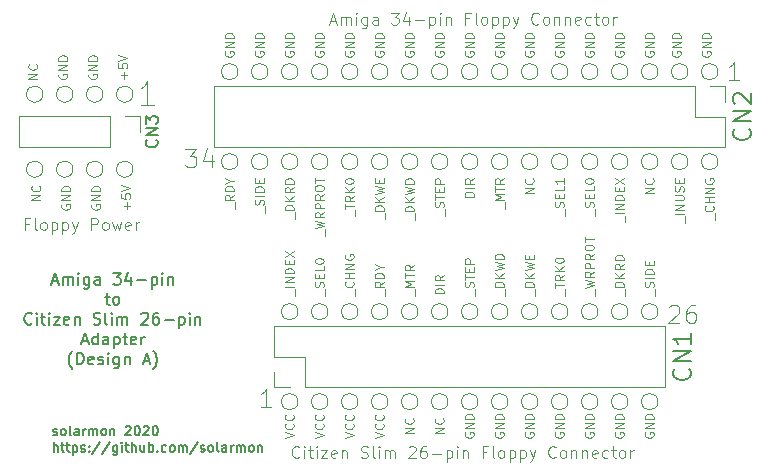
<source format=gbr>
G04 #@! TF.GenerationSoftware,KiCad,Pcbnew,(5.1.2)-2*
G04 #@! TF.CreationDate,2020-12-20T10:42:53+00:00*
G04 #@! TF.ProjectId,Amiga 34-pin to Citizen Slim 26-pin Adapter (Design A),416d6967-6120-4333-942d-70696e20746f,rev?*
G04 #@! TF.SameCoordinates,Original*
G04 #@! TF.FileFunction,Legend,Top*
G04 #@! TF.FilePolarity,Positive*
%FSLAX46Y46*%
G04 Gerber Fmt 4.6, Leading zero omitted, Abs format (unit mm)*
G04 Created by KiCad (PCBNEW (5.1.2)-2) date 2020-12-20 10:42:53*
%MOMM*%
%LPD*%
G04 APERTURE LIST*
%ADD10C,0.125000*%
%ADD11C,0.200000*%
%ADD12C,0.187500*%
%ADD13C,0.120000*%
%ADD14C,0.150000*%
G04 APERTURE END LIST*
D10*
X149231000Y-88455428D02*
X149195285Y-88526857D01*
X149195285Y-88634000D01*
X149231000Y-88741142D01*
X149302428Y-88812571D01*
X149373857Y-88848285D01*
X149516714Y-88884000D01*
X149623857Y-88884000D01*
X149766714Y-88848285D01*
X149838142Y-88812571D01*
X149909571Y-88741142D01*
X149945285Y-88634000D01*
X149945285Y-88562571D01*
X149909571Y-88455428D01*
X149873857Y-88419714D01*
X149623857Y-88419714D01*
X149623857Y-88562571D01*
X149945285Y-88098285D02*
X149195285Y-88098285D01*
X149945285Y-87669714D01*
X149195285Y-87669714D01*
X149945285Y-87312571D02*
X149195285Y-87312571D01*
X149195285Y-87134000D01*
X149231000Y-87026857D01*
X149302428Y-86955428D01*
X149373857Y-86919714D01*
X149516714Y-86884000D01*
X149623857Y-86884000D01*
X149766714Y-86919714D01*
X149838142Y-86955428D01*
X149909571Y-87026857D01*
X149945285Y-87134000D01*
X149945285Y-87312571D01*
X151771000Y-88455428D02*
X151735285Y-88526857D01*
X151735285Y-88634000D01*
X151771000Y-88741142D01*
X151842428Y-88812571D01*
X151913857Y-88848285D01*
X152056714Y-88884000D01*
X152163857Y-88884000D01*
X152306714Y-88848285D01*
X152378142Y-88812571D01*
X152449571Y-88741142D01*
X152485285Y-88634000D01*
X152485285Y-88562571D01*
X152449571Y-88455428D01*
X152413857Y-88419714D01*
X152163857Y-88419714D01*
X152163857Y-88562571D01*
X152485285Y-88098285D02*
X151735285Y-88098285D01*
X152485285Y-87669714D01*
X151735285Y-87669714D01*
X152485285Y-87312571D02*
X151735285Y-87312571D01*
X151735285Y-87134000D01*
X151771000Y-87026857D01*
X151842428Y-86955428D01*
X151913857Y-86919714D01*
X152056714Y-86884000D01*
X152163857Y-86884000D01*
X152306714Y-86919714D01*
X152378142Y-86955428D01*
X152449571Y-87026857D01*
X152485285Y-87134000D01*
X152485285Y-87312571D01*
X141865000Y-88455428D02*
X141829285Y-88526857D01*
X141829285Y-88634000D01*
X141865000Y-88741142D01*
X141936428Y-88812571D01*
X142007857Y-88848285D01*
X142150714Y-88884000D01*
X142257857Y-88884000D01*
X142400714Y-88848285D01*
X142472142Y-88812571D01*
X142543571Y-88741142D01*
X142579285Y-88634000D01*
X142579285Y-88562571D01*
X142543571Y-88455428D01*
X142507857Y-88419714D01*
X142257857Y-88419714D01*
X142257857Y-88562571D01*
X142579285Y-88098285D02*
X141829285Y-88098285D01*
X142579285Y-87669714D01*
X141829285Y-87669714D01*
X142579285Y-87312571D02*
X141829285Y-87312571D01*
X141829285Y-87134000D01*
X141865000Y-87026857D01*
X141936428Y-86955428D01*
X142007857Y-86919714D01*
X142150714Y-86884000D01*
X142257857Y-86884000D01*
X142400714Y-86919714D01*
X142472142Y-86955428D01*
X142543571Y-87026857D01*
X142579285Y-87134000D01*
X142579285Y-87312571D01*
X144405000Y-88455428D02*
X144369285Y-88526857D01*
X144369285Y-88634000D01*
X144405000Y-88741142D01*
X144476428Y-88812571D01*
X144547857Y-88848285D01*
X144690714Y-88884000D01*
X144797857Y-88884000D01*
X144940714Y-88848285D01*
X145012142Y-88812571D01*
X145083571Y-88741142D01*
X145119285Y-88634000D01*
X145119285Y-88562571D01*
X145083571Y-88455428D01*
X145047857Y-88419714D01*
X144797857Y-88419714D01*
X144797857Y-88562571D01*
X145119285Y-88098285D02*
X144369285Y-88098285D01*
X145119285Y-87669714D01*
X144369285Y-87669714D01*
X145119285Y-87312571D02*
X144369285Y-87312571D01*
X144369285Y-87134000D01*
X144405000Y-87026857D01*
X144476428Y-86955428D01*
X144547857Y-86919714D01*
X144690714Y-86884000D01*
X144797857Y-86884000D01*
X144940714Y-86919714D01*
X145012142Y-86955428D01*
X145083571Y-87026857D01*
X145119285Y-87134000D01*
X145119285Y-87312571D01*
X146945000Y-88455428D02*
X146909285Y-88526857D01*
X146909285Y-88634000D01*
X146945000Y-88741142D01*
X147016428Y-88812571D01*
X147087857Y-88848285D01*
X147230714Y-88884000D01*
X147337857Y-88884000D01*
X147480714Y-88848285D01*
X147552142Y-88812571D01*
X147623571Y-88741142D01*
X147659285Y-88634000D01*
X147659285Y-88562571D01*
X147623571Y-88455428D01*
X147587857Y-88419714D01*
X147337857Y-88419714D01*
X147337857Y-88562571D01*
X147659285Y-88098285D02*
X146909285Y-88098285D01*
X147659285Y-87669714D01*
X146909285Y-87669714D01*
X147659285Y-87312571D02*
X146909285Y-87312571D01*
X146909285Y-87134000D01*
X146945000Y-87026857D01*
X147016428Y-86955428D01*
X147087857Y-86919714D01*
X147230714Y-86884000D01*
X147337857Y-86884000D01*
X147480714Y-86919714D01*
X147552142Y-86955428D01*
X147623571Y-87026857D01*
X147659285Y-87134000D01*
X147659285Y-87312571D01*
X134245000Y-88455428D02*
X134209285Y-88526857D01*
X134209285Y-88634000D01*
X134245000Y-88741142D01*
X134316428Y-88812571D01*
X134387857Y-88848285D01*
X134530714Y-88884000D01*
X134637857Y-88884000D01*
X134780714Y-88848285D01*
X134852142Y-88812571D01*
X134923571Y-88741142D01*
X134959285Y-88634000D01*
X134959285Y-88562571D01*
X134923571Y-88455428D01*
X134887857Y-88419714D01*
X134637857Y-88419714D01*
X134637857Y-88562571D01*
X134959285Y-88098285D02*
X134209285Y-88098285D01*
X134959285Y-87669714D01*
X134209285Y-87669714D01*
X134959285Y-87312571D02*
X134209285Y-87312571D01*
X134209285Y-87134000D01*
X134245000Y-87026857D01*
X134316428Y-86955428D01*
X134387857Y-86919714D01*
X134530714Y-86884000D01*
X134637857Y-86884000D01*
X134780714Y-86919714D01*
X134852142Y-86955428D01*
X134923571Y-87026857D01*
X134959285Y-87134000D01*
X134959285Y-87312571D01*
X139325000Y-88455428D02*
X139289285Y-88526857D01*
X139289285Y-88634000D01*
X139325000Y-88741142D01*
X139396428Y-88812571D01*
X139467857Y-88848285D01*
X139610714Y-88884000D01*
X139717857Y-88884000D01*
X139860714Y-88848285D01*
X139932142Y-88812571D01*
X140003571Y-88741142D01*
X140039285Y-88634000D01*
X140039285Y-88562571D01*
X140003571Y-88455428D01*
X139967857Y-88419714D01*
X139717857Y-88419714D01*
X139717857Y-88562571D01*
X140039285Y-88098285D02*
X139289285Y-88098285D01*
X140039285Y-87669714D01*
X139289285Y-87669714D01*
X140039285Y-87312571D02*
X139289285Y-87312571D01*
X139289285Y-87134000D01*
X139325000Y-87026857D01*
X139396428Y-86955428D01*
X139467857Y-86919714D01*
X139610714Y-86884000D01*
X139717857Y-86884000D01*
X139860714Y-86919714D01*
X139932142Y-86955428D01*
X140003571Y-87026857D01*
X140039285Y-87134000D01*
X140039285Y-87312571D01*
X136785000Y-88455428D02*
X136749285Y-88526857D01*
X136749285Y-88634000D01*
X136785000Y-88741142D01*
X136856428Y-88812571D01*
X136927857Y-88848285D01*
X137070714Y-88884000D01*
X137177857Y-88884000D01*
X137320714Y-88848285D01*
X137392142Y-88812571D01*
X137463571Y-88741142D01*
X137499285Y-88634000D01*
X137499285Y-88562571D01*
X137463571Y-88455428D01*
X137427857Y-88419714D01*
X137177857Y-88419714D01*
X137177857Y-88562571D01*
X137499285Y-88098285D02*
X136749285Y-88098285D01*
X137499285Y-87669714D01*
X136749285Y-87669714D01*
X137499285Y-87312571D02*
X136749285Y-87312571D01*
X136749285Y-87134000D01*
X136785000Y-87026857D01*
X136856428Y-86955428D01*
X136927857Y-86919714D01*
X137070714Y-86884000D01*
X137177857Y-86884000D01*
X137320714Y-86919714D01*
X137392142Y-86955428D01*
X137463571Y-87026857D01*
X137499285Y-87134000D01*
X137499285Y-87312571D01*
X126625000Y-88455428D02*
X126589285Y-88526857D01*
X126589285Y-88634000D01*
X126625000Y-88741142D01*
X126696428Y-88812571D01*
X126767857Y-88848285D01*
X126910714Y-88884000D01*
X127017857Y-88884000D01*
X127160714Y-88848285D01*
X127232142Y-88812571D01*
X127303571Y-88741142D01*
X127339285Y-88634000D01*
X127339285Y-88562571D01*
X127303571Y-88455428D01*
X127267857Y-88419714D01*
X127017857Y-88419714D01*
X127017857Y-88562571D01*
X127339285Y-88098285D02*
X126589285Y-88098285D01*
X127339285Y-87669714D01*
X126589285Y-87669714D01*
X127339285Y-87312571D02*
X126589285Y-87312571D01*
X126589285Y-87134000D01*
X126625000Y-87026857D01*
X126696428Y-86955428D01*
X126767857Y-86919714D01*
X126910714Y-86884000D01*
X127017857Y-86884000D01*
X127160714Y-86919714D01*
X127232142Y-86955428D01*
X127303571Y-87026857D01*
X127339285Y-87134000D01*
X127339285Y-87312571D01*
X131705000Y-88455428D02*
X131669285Y-88526857D01*
X131669285Y-88634000D01*
X131705000Y-88741142D01*
X131776428Y-88812571D01*
X131847857Y-88848285D01*
X131990714Y-88884000D01*
X132097857Y-88884000D01*
X132240714Y-88848285D01*
X132312142Y-88812571D01*
X132383571Y-88741142D01*
X132419285Y-88634000D01*
X132419285Y-88562571D01*
X132383571Y-88455428D01*
X132347857Y-88419714D01*
X132097857Y-88419714D01*
X132097857Y-88562571D01*
X132419285Y-88098285D02*
X131669285Y-88098285D01*
X132419285Y-87669714D01*
X131669285Y-87669714D01*
X132419285Y-87312571D02*
X131669285Y-87312571D01*
X131669285Y-87134000D01*
X131705000Y-87026857D01*
X131776428Y-86955428D01*
X131847857Y-86919714D01*
X131990714Y-86884000D01*
X132097857Y-86884000D01*
X132240714Y-86919714D01*
X132312142Y-86955428D01*
X132383571Y-87026857D01*
X132419285Y-87134000D01*
X132419285Y-87312571D01*
X129165000Y-88455428D02*
X129129285Y-88526857D01*
X129129285Y-88634000D01*
X129165000Y-88741142D01*
X129236428Y-88812571D01*
X129307857Y-88848285D01*
X129450714Y-88884000D01*
X129557857Y-88884000D01*
X129700714Y-88848285D01*
X129772142Y-88812571D01*
X129843571Y-88741142D01*
X129879285Y-88634000D01*
X129879285Y-88562571D01*
X129843571Y-88455428D01*
X129807857Y-88419714D01*
X129557857Y-88419714D01*
X129557857Y-88562571D01*
X129879285Y-88098285D02*
X129129285Y-88098285D01*
X129879285Y-87669714D01*
X129129285Y-87669714D01*
X129879285Y-87312571D02*
X129129285Y-87312571D01*
X129129285Y-87134000D01*
X129165000Y-87026857D01*
X129236428Y-86955428D01*
X129307857Y-86919714D01*
X129450714Y-86884000D01*
X129557857Y-86884000D01*
X129700714Y-86919714D01*
X129772142Y-86955428D01*
X129843571Y-87026857D01*
X129879285Y-87134000D01*
X129879285Y-87312571D01*
X119005000Y-88455428D02*
X118969285Y-88526857D01*
X118969285Y-88634000D01*
X119005000Y-88741142D01*
X119076428Y-88812571D01*
X119147857Y-88848285D01*
X119290714Y-88884000D01*
X119397857Y-88884000D01*
X119540714Y-88848285D01*
X119612142Y-88812571D01*
X119683571Y-88741142D01*
X119719285Y-88634000D01*
X119719285Y-88562571D01*
X119683571Y-88455428D01*
X119647857Y-88419714D01*
X119397857Y-88419714D01*
X119397857Y-88562571D01*
X119719285Y-88098285D02*
X118969285Y-88098285D01*
X119719285Y-87669714D01*
X118969285Y-87669714D01*
X119719285Y-87312571D02*
X118969285Y-87312571D01*
X118969285Y-87134000D01*
X119005000Y-87026857D01*
X119076428Y-86955428D01*
X119147857Y-86919714D01*
X119290714Y-86884000D01*
X119397857Y-86884000D01*
X119540714Y-86919714D01*
X119612142Y-86955428D01*
X119683571Y-87026857D01*
X119719285Y-87134000D01*
X119719285Y-87312571D01*
X121545000Y-88455428D02*
X121509285Y-88526857D01*
X121509285Y-88634000D01*
X121545000Y-88741142D01*
X121616428Y-88812571D01*
X121687857Y-88848285D01*
X121830714Y-88884000D01*
X121937857Y-88884000D01*
X122080714Y-88848285D01*
X122152142Y-88812571D01*
X122223571Y-88741142D01*
X122259285Y-88634000D01*
X122259285Y-88562571D01*
X122223571Y-88455428D01*
X122187857Y-88419714D01*
X121937857Y-88419714D01*
X121937857Y-88562571D01*
X122259285Y-88098285D02*
X121509285Y-88098285D01*
X122259285Y-87669714D01*
X121509285Y-87669714D01*
X122259285Y-87312571D02*
X121509285Y-87312571D01*
X121509285Y-87134000D01*
X121545000Y-87026857D01*
X121616428Y-86955428D01*
X121687857Y-86919714D01*
X121830714Y-86884000D01*
X121937857Y-86884000D01*
X122080714Y-86919714D01*
X122152142Y-86955428D01*
X122223571Y-87026857D01*
X122259285Y-87134000D01*
X122259285Y-87312571D01*
X124085000Y-88455428D02*
X124049285Y-88526857D01*
X124049285Y-88634000D01*
X124085000Y-88741142D01*
X124156428Y-88812571D01*
X124227857Y-88848285D01*
X124370714Y-88884000D01*
X124477857Y-88884000D01*
X124620714Y-88848285D01*
X124692142Y-88812571D01*
X124763571Y-88741142D01*
X124799285Y-88634000D01*
X124799285Y-88562571D01*
X124763571Y-88455428D01*
X124727857Y-88419714D01*
X124477857Y-88419714D01*
X124477857Y-88562571D01*
X124799285Y-88098285D02*
X124049285Y-88098285D01*
X124799285Y-87669714D01*
X124049285Y-87669714D01*
X124799285Y-87312571D02*
X124049285Y-87312571D01*
X124049285Y-87134000D01*
X124085000Y-87026857D01*
X124156428Y-86955428D01*
X124227857Y-86919714D01*
X124370714Y-86884000D01*
X124477857Y-86884000D01*
X124620714Y-86919714D01*
X124692142Y-86955428D01*
X124763571Y-87026857D01*
X124799285Y-87134000D01*
X124799285Y-87312571D01*
X116465000Y-88455428D02*
X116429285Y-88526857D01*
X116429285Y-88634000D01*
X116465000Y-88741142D01*
X116536428Y-88812571D01*
X116607857Y-88848285D01*
X116750714Y-88884000D01*
X116857857Y-88884000D01*
X117000714Y-88848285D01*
X117072142Y-88812571D01*
X117143571Y-88741142D01*
X117179285Y-88634000D01*
X117179285Y-88562571D01*
X117143571Y-88455428D01*
X117107857Y-88419714D01*
X116857857Y-88419714D01*
X116857857Y-88562571D01*
X117179285Y-88098285D02*
X116429285Y-88098285D01*
X117179285Y-87669714D01*
X116429285Y-87669714D01*
X117179285Y-87312571D02*
X116429285Y-87312571D01*
X116429285Y-87134000D01*
X116465000Y-87026857D01*
X116536428Y-86955428D01*
X116607857Y-86919714D01*
X116750714Y-86884000D01*
X116857857Y-86884000D01*
X117000714Y-86919714D01*
X117072142Y-86955428D01*
X117143571Y-87026857D01*
X117179285Y-87134000D01*
X117179285Y-87312571D01*
X113925000Y-88455428D02*
X113889285Y-88526857D01*
X113889285Y-88634000D01*
X113925000Y-88741142D01*
X113996428Y-88812571D01*
X114067857Y-88848285D01*
X114210714Y-88884000D01*
X114317857Y-88884000D01*
X114460714Y-88848285D01*
X114532142Y-88812571D01*
X114603571Y-88741142D01*
X114639285Y-88634000D01*
X114639285Y-88562571D01*
X114603571Y-88455428D01*
X114567857Y-88419714D01*
X114317857Y-88419714D01*
X114317857Y-88562571D01*
X114639285Y-88098285D02*
X113889285Y-88098285D01*
X114639285Y-87669714D01*
X113889285Y-87669714D01*
X114639285Y-87312571D02*
X113889285Y-87312571D01*
X113889285Y-87134000D01*
X113925000Y-87026857D01*
X113996428Y-86955428D01*
X114067857Y-86919714D01*
X114210714Y-86884000D01*
X114317857Y-86884000D01*
X114460714Y-86919714D01*
X114532142Y-86955428D01*
X114603571Y-87026857D01*
X114639285Y-87134000D01*
X114639285Y-87312571D01*
X111385000Y-88455428D02*
X111349285Y-88526857D01*
X111349285Y-88634000D01*
X111385000Y-88741142D01*
X111456428Y-88812571D01*
X111527857Y-88848285D01*
X111670714Y-88884000D01*
X111777857Y-88884000D01*
X111920714Y-88848285D01*
X111992142Y-88812571D01*
X112063571Y-88741142D01*
X112099285Y-88634000D01*
X112099285Y-88562571D01*
X112063571Y-88455428D01*
X112027857Y-88419714D01*
X111777857Y-88419714D01*
X111777857Y-88562571D01*
X112099285Y-88098285D02*
X111349285Y-88098285D01*
X112099285Y-87669714D01*
X111349285Y-87669714D01*
X112099285Y-87312571D02*
X111349285Y-87312571D01*
X111349285Y-87134000D01*
X111385000Y-87026857D01*
X111456428Y-86955428D01*
X111527857Y-86919714D01*
X111670714Y-86884000D01*
X111777857Y-86884000D01*
X111920714Y-86919714D01*
X111992142Y-86955428D01*
X112063571Y-87026857D01*
X112099285Y-87134000D01*
X112099285Y-87312571D01*
X146945000Y-120713428D02*
X146909285Y-120784857D01*
X146909285Y-120892000D01*
X146945000Y-120999142D01*
X147016428Y-121070571D01*
X147087857Y-121106285D01*
X147230714Y-121142000D01*
X147337857Y-121142000D01*
X147480714Y-121106285D01*
X147552142Y-121070571D01*
X147623571Y-120999142D01*
X147659285Y-120892000D01*
X147659285Y-120820571D01*
X147623571Y-120713428D01*
X147587857Y-120677714D01*
X147337857Y-120677714D01*
X147337857Y-120820571D01*
X147659285Y-120356285D02*
X146909285Y-120356285D01*
X147659285Y-119927714D01*
X146909285Y-119927714D01*
X147659285Y-119570571D02*
X146909285Y-119570571D01*
X146909285Y-119392000D01*
X146945000Y-119284857D01*
X147016428Y-119213428D01*
X147087857Y-119177714D01*
X147230714Y-119142000D01*
X147337857Y-119142000D01*
X147480714Y-119177714D01*
X147552142Y-119213428D01*
X147623571Y-119284857D01*
X147659285Y-119392000D01*
X147659285Y-119570571D01*
X144405000Y-120713428D02*
X144369285Y-120784857D01*
X144369285Y-120892000D01*
X144405000Y-120999142D01*
X144476428Y-121070571D01*
X144547857Y-121106285D01*
X144690714Y-121142000D01*
X144797857Y-121142000D01*
X144940714Y-121106285D01*
X145012142Y-121070571D01*
X145083571Y-120999142D01*
X145119285Y-120892000D01*
X145119285Y-120820571D01*
X145083571Y-120713428D01*
X145047857Y-120677714D01*
X144797857Y-120677714D01*
X144797857Y-120820571D01*
X145119285Y-120356285D02*
X144369285Y-120356285D01*
X145119285Y-119927714D01*
X144369285Y-119927714D01*
X145119285Y-119570571D02*
X144369285Y-119570571D01*
X144369285Y-119392000D01*
X144405000Y-119284857D01*
X144476428Y-119213428D01*
X144547857Y-119177714D01*
X144690714Y-119142000D01*
X144797857Y-119142000D01*
X144940714Y-119177714D01*
X145012142Y-119213428D01*
X145083571Y-119284857D01*
X145119285Y-119392000D01*
X145119285Y-119570571D01*
X141865000Y-120713428D02*
X141829285Y-120784857D01*
X141829285Y-120892000D01*
X141865000Y-120999142D01*
X141936428Y-121070571D01*
X142007857Y-121106285D01*
X142150714Y-121142000D01*
X142257857Y-121142000D01*
X142400714Y-121106285D01*
X142472142Y-121070571D01*
X142543571Y-120999142D01*
X142579285Y-120892000D01*
X142579285Y-120820571D01*
X142543571Y-120713428D01*
X142507857Y-120677714D01*
X142257857Y-120677714D01*
X142257857Y-120820571D01*
X142579285Y-120356285D02*
X141829285Y-120356285D01*
X142579285Y-119927714D01*
X141829285Y-119927714D01*
X142579285Y-119570571D02*
X141829285Y-119570571D01*
X141829285Y-119392000D01*
X141865000Y-119284857D01*
X141936428Y-119213428D01*
X142007857Y-119177714D01*
X142150714Y-119142000D01*
X142257857Y-119142000D01*
X142400714Y-119177714D01*
X142472142Y-119213428D01*
X142543571Y-119284857D01*
X142579285Y-119392000D01*
X142579285Y-119570571D01*
X139325000Y-120713428D02*
X139289285Y-120784857D01*
X139289285Y-120892000D01*
X139325000Y-120999142D01*
X139396428Y-121070571D01*
X139467857Y-121106285D01*
X139610714Y-121142000D01*
X139717857Y-121142000D01*
X139860714Y-121106285D01*
X139932142Y-121070571D01*
X140003571Y-120999142D01*
X140039285Y-120892000D01*
X140039285Y-120820571D01*
X140003571Y-120713428D01*
X139967857Y-120677714D01*
X139717857Y-120677714D01*
X139717857Y-120820571D01*
X140039285Y-120356285D02*
X139289285Y-120356285D01*
X140039285Y-119927714D01*
X139289285Y-119927714D01*
X140039285Y-119570571D02*
X139289285Y-119570571D01*
X139289285Y-119392000D01*
X139325000Y-119284857D01*
X139396428Y-119213428D01*
X139467857Y-119177714D01*
X139610714Y-119142000D01*
X139717857Y-119142000D01*
X139860714Y-119177714D01*
X139932142Y-119213428D01*
X140003571Y-119284857D01*
X140039285Y-119392000D01*
X140039285Y-119570571D01*
X136785000Y-120713428D02*
X136749285Y-120784857D01*
X136749285Y-120892000D01*
X136785000Y-120999142D01*
X136856428Y-121070571D01*
X136927857Y-121106285D01*
X137070714Y-121142000D01*
X137177857Y-121142000D01*
X137320714Y-121106285D01*
X137392142Y-121070571D01*
X137463571Y-120999142D01*
X137499285Y-120892000D01*
X137499285Y-120820571D01*
X137463571Y-120713428D01*
X137427857Y-120677714D01*
X137177857Y-120677714D01*
X137177857Y-120820571D01*
X137499285Y-120356285D02*
X136749285Y-120356285D01*
X137499285Y-119927714D01*
X136749285Y-119927714D01*
X137499285Y-119570571D02*
X136749285Y-119570571D01*
X136749285Y-119392000D01*
X136785000Y-119284857D01*
X136856428Y-119213428D01*
X136927857Y-119177714D01*
X137070714Y-119142000D01*
X137177857Y-119142000D01*
X137320714Y-119177714D01*
X137392142Y-119213428D01*
X137463571Y-119284857D01*
X137499285Y-119392000D01*
X137499285Y-119570571D01*
X134245000Y-120713428D02*
X134209285Y-120784857D01*
X134209285Y-120892000D01*
X134245000Y-120999142D01*
X134316428Y-121070571D01*
X134387857Y-121106285D01*
X134530714Y-121142000D01*
X134637857Y-121142000D01*
X134780714Y-121106285D01*
X134852142Y-121070571D01*
X134923571Y-120999142D01*
X134959285Y-120892000D01*
X134959285Y-120820571D01*
X134923571Y-120713428D01*
X134887857Y-120677714D01*
X134637857Y-120677714D01*
X134637857Y-120820571D01*
X134959285Y-120356285D02*
X134209285Y-120356285D01*
X134959285Y-119927714D01*
X134209285Y-119927714D01*
X134959285Y-119570571D02*
X134209285Y-119570571D01*
X134209285Y-119392000D01*
X134245000Y-119284857D01*
X134316428Y-119213428D01*
X134387857Y-119177714D01*
X134530714Y-119142000D01*
X134637857Y-119142000D01*
X134780714Y-119177714D01*
X134852142Y-119213428D01*
X134923571Y-119284857D01*
X134959285Y-119392000D01*
X134959285Y-119570571D01*
X129879285Y-120731285D02*
X129129285Y-120731285D01*
X129879285Y-120302714D01*
X129129285Y-120302714D01*
X129807857Y-119517000D02*
X129843571Y-119552714D01*
X129879285Y-119659857D01*
X129879285Y-119731285D01*
X129843571Y-119838428D01*
X129772142Y-119909857D01*
X129700714Y-119945571D01*
X129557857Y-119981285D01*
X129450714Y-119981285D01*
X129307857Y-119945571D01*
X129236428Y-119909857D01*
X129165000Y-119838428D01*
X129129285Y-119731285D01*
X129129285Y-119659857D01*
X129165000Y-119552714D01*
X129200714Y-119517000D01*
X124049285Y-121142000D02*
X124799285Y-120892000D01*
X124049285Y-120642000D01*
X124727857Y-119963428D02*
X124763571Y-119999142D01*
X124799285Y-120106285D01*
X124799285Y-120177714D01*
X124763571Y-120284857D01*
X124692142Y-120356285D01*
X124620714Y-120392000D01*
X124477857Y-120427714D01*
X124370714Y-120427714D01*
X124227857Y-120392000D01*
X124156428Y-120356285D01*
X124085000Y-120284857D01*
X124049285Y-120177714D01*
X124049285Y-120106285D01*
X124085000Y-119999142D01*
X124120714Y-119963428D01*
X124727857Y-119213428D02*
X124763571Y-119249142D01*
X124799285Y-119356285D01*
X124799285Y-119427714D01*
X124763571Y-119534857D01*
X124692142Y-119606285D01*
X124620714Y-119642000D01*
X124477857Y-119677714D01*
X124370714Y-119677714D01*
X124227857Y-119642000D01*
X124156428Y-119606285D01*
X124085000Y-119534857D01*
X124049285Y-119427714D01*
X124049285Y-119356285D01*
X124085000Y-119249142D01*
X124120714Y-119213428D01*
X121509285Y-121142000D02*
X122259285Y-120892000D01*
X121509285Y-120642000D01*
X122187857Y-119963428D02*
X122223571Y-119999142D01*
X122259285Y-120106285D01*
X122259285Y-120177714D01*
X122223571Y-120284857D01*
X122152142Y-120356285D01*
X122080714Y-120392000D01*
X121937857Y-120427714D01*
X121830714Y-120427714D01*
X121687857Y-120392000D01*
X121616428Y-120356285D01*
X121545000Y-120284857D01*
X121509285Y-120177714D01*
X121509285Y-120106285D01*
X121545000Y-119999142D01*
X121580714Y-119963428D01*
X122187857Y-119213428D02*
X122223571Y-119249142D01*
X122259285Y-119356285D01*
X122259285Y-119427714D01*
X122223571Y-119534857D01*
X122152142Y-119606285D01*
X122080714Y-119642000D01*
X121937857Y-119677714D01*
X121830714Y-119677714D01*
X121687857Y-119642000D01*
X121616428Y-119606285D01*
X121545000Y-119534857D01*
X121509285Y-119427714D01*
X121509285Y-119356285D01*
X121545000Y-119249142D01*
X121580714Y-119213428D01*
X118969285Y-121142000D02*
X119719285Y-120892000D01*
X118969285Y-120642000D01*
X119647857Y-119963428D02*
X119683571Y-119999142D01*
X119719285Y-120106285D01*
X119719285Y-120177714D01*
X119683571Y-120284857D01*
X119612142Y-120356285D01*
X119540714Y-120392000D01*
X119397857Y-120427714D01*
X119290714Y-120427714D01*
X119147857Y-120392000D01*
X119076428Y-120356285D01*
X119005000Y-120284857D01*
X118969285Y-120177714D01*
X118969285Y-120106285D01*
X119005000Y-119999142D01*
X119040714Y-119963428D01*
X119647857Y-119213428D02*
X119683571Y-119249142D01*
X119719285Y-119356285D01*
X119719285Y-119427714D01*
X119683571Y-119534857D01*
X119612142Y-119606285D01*
X119540714Y-119642000D01*
X119397857Y-119677714D01*
X119290714Y-119677714D01*
X119147857Y-119642000D01*
X119076428Y-119606285D01*
X119005000Y-119534857D01*
X118969285Y-119427714D01*
X118969285Y-119356285D01*
X119005000Y-119249142D01*
X119040714Y-119213428D01*
D11*
X96802380Y-120908809D02*
X96878571Y-120946904D01*
X97030952Y-120946904D01*
X97107142Y-120908809D01*
X97145238Y-120832619D01*
X97145238Y-120794523D01*
X97107142Y-120718333D01*
X97030952Y-120680238D01*
X96916666Y-120680238D01*
X96840476Y-120642142D01*
X96802380Y-120565952D01*
X96802380Y-120527857D01*
X96840476Y-120451666D01*
X96916666Y-120413571D01*
X97030952Y-120413571D01*
X97107142Y-120451666D01*
X97602380Y-120946904D02*
X97526190Y-120908809D01*
X97488095Y-120870714D01*
X97450000Y-120794523D01*
X97450000Y-120565952D01*
X97488095Y-120489761D01*
X97526190Y-120451666D01*
X97602380Y-120413571D01*
X97716666Y-120413571D01*
X97792857Y-120451666D01*
X97830952Y-120489761D01*
X97869047Y-120565952D01*
X97869047Y-120794523D01*
X97830952Y-120870714D01*
X97792857Y-120908809D01*
X97716666Y-120946904D01*
X97602380Y-120946904D01*
X98326190Y-120946904D02*
X98250000Y-120908809D01*
X98211904Y-120832619D01*
X98211904Y-120146904D01*
X98973809Y-120946904D02*
X98973809Y-120527857D01*
X98935714Y-120451666D01*
X98859523Y-120413571D01*
X98707142Y-120413571D01*
X98630952Y-120451666D01*
X98973809Y-120908809D02*
X98897619Y-120946904D01*
X98707142Y-120946904D01*
X98630952Y-120908809D01*
X98592857Y-120832619D01*
X98592857Y-120756428D01*
X98630952Y-120680238D01*
X98707142Y-120642142D01*
X98897619Y-120642142D01*
X98973809Y-120604047D01*
X99354761Y-120946904D02*
X99354761Y-120413571D01*
X99354761Y-120565952D02*
X99392857Y-120489761D01*
X99430952Y-120451666D01*
X99507142Y-120413571D01*
X99583333Y-120413571D01*
X99850000Y-120946904D02*
X99850000Y-120413571D01*
X99850000Y-120489761D02*
X99888095Y-120451666D01*
X99964285Y-120413571D01*
X100078571Y-120413571D01*
X100154761Y-120451666D01*
X100192857Y-120527857D01*
X100192857Y-120946904D01*
X100192857Y-120527857D02*
X100230952Y-120451666D01*
X100307142Y-120413571D01*
X100421428Y-120413571D01*
X100497619Y-120451666D01*
X100535714Y-120527857D01*
X100535714Y-120946904D01*
X101030952Y-120946904D02*
X100954761Y-120908809D01*
X100916666Y-120870714D01*
X100878571Y-120794523D01*
X100878571Y-120565952D01*
X100916666Y-120489761D01*
X100954761Y-120451666D01*
X101030952Y-120413571D01*
X101145238Y-120413571D01*
X101221428Y-120451666D01*
X101259523Y-120489761D01*
X101297619Y-120565952D01*
X101297619Y-120794523D01*
X101259523Y-120870714D01*
X101221428Y-120908809D01*
X101145238Y-120946904D01*
X101030952Y-120946904D01*
X101640476Y-120413571D02*
X101640476Y-120946904D01*
X101640476Y-120489761D02*
X101678571Y-120451666D01*
X101754761Y-120413571D01*
X101869047Y-120413571D01*
X101945238Y-120451666D01*
X101983333Y-120527857D01*
X101983333Y-120946904D01*
X102935714Y-120223095D02*
X102973809Y-120185000D01*
X103050000Y-120146904D01*
X103240476Y-120146904D01*
X103316666Y-120185000D01*
X103354761Y-120223095D01*
X103392857Y-120299285D01*
X103392857Y-120375476D01*
X103354761Y-120489761D01*
X102897619Y-120946904D01*
X103392857Y-120946904D01*
X103888095Y-120146904D02*
X103964285Y-120146904D01*
X104040476Y-120185000D01*
X104078571Y-120223095D01*
X104116666Y-120299285D01*
X104154761Y-120451666D01*
X104154761Y-120642142D01*
X104116666Y-120794523D01*
X104078571Y-120870714D01*
X104040476Y-120908809D01*
X103964285Y-120946904D01*
X103888095Y-120946904D01*
X103811904Y-120908809D01*
X103773809Y-120870714D01*
X103735714Y-120794523D01*
X103697619Y-120642142D01*
X103697619Y-120451666D01*
X103735714Y-120299285D01*
X103773809Y-120223095D01*
X103811904Y-120185000D01*
X103888095Y-120146904D01*
X104459523Y-120223095D02*
X104497619Y-120185000D01*
X104573809Y-120146904D01*
X104764285Y-120146904D01*
X104840476Y-120185000D01*
X104878571Y-120223095D01*
X104916666Y-120299285D01*
X104916666Y-120375476D01*
X104878571Y-120489761D01*
X104421428Y-120946904D01*
X104916666Y-120946904D01*
X105411904Y-120146904D02*
X105488095Y-120146904D01*
X105564285Y-120185000D01*
X105602380Y-120223095D01*
X105640476Y-120299285D01*
X105678571Y-120451666D01*
X105678571Y-120642142D01*
X105640476Y-120794523D01*
X105602380Y-120870714D01*
X105564285Y-120908809D01*
X105488095Y-120946904D01*
X105411904Y-120946904D01*
X105335714Y-120908809D01*
X105297619Y-120870714D01*
X105259523Y-120794523D01*
X105221428Y-120642142D01*
X105221428Y-120451666D01*
X105259523Y-120299285D01*
X105297619Y-120223095D01*
X105335714Y-120185000D01*
X105411904Y-120146904D01*
X96840476Y-122346904D02*
X96840476Y-121546904D01*
X97183333Y-122346904D02*
X97183333Y-121927857D01*
X97145238Y-121851666D01*
X97069047Y-121813571D01*
X96954761Y-121813571D01*
X96878571Y-121851666D01*
X96840476Y-121889761D01*
X97450000Y-121813571D02*
X97754761Y-121813571D01*
X97564285Y-121546904D02*
X97564285Y-122232619D01*
X97602380Y-122308809D01*
X97678571Y-122346904D01*
X97754761Y-122346904D01*
X97907142Y-121813571D02*
X98211904Y-121813571D01*
X98021428Y-121546904D02*
X98021428Y-122232619D01*
X98059523Y-122308809D01*
X98135714Y-122346904D01*
X98211904Y-122346904D01*
X98478571Y-121813571D02*
X98478571Y-122613571D01*
X98478571Y-121851666D02*
X98554761Y-121813571D01*
X98707142Y-121813571D01*
X98783333Y-121851666D01*
X98821428Y-121889761D01*
X98859523Y-121965952D01*
X98859523Y-122194523D01*
X98821428Y-122270714D01*
X98783333Y-122308809D01*
X98707142Y-122346904D01*
X98554761Y-122346904D01*
X98478571Y-122308809D01*
X99164285Y-122308809D02*
X99240476Y-122346904D01*
X99392857Y-122346904D01*
X99469047Y-122308809D01*
X99507142Y-122232619D01*
X99507142Y-122194523D01*
X99469047Y-122118333D01*
X99392857Y-122080238D01*
X99278571Y-122080238D01*
X99202380Y-122042142D01*
X99164285Y-121965952D01*
X99164285Y-121927857D01*
X99202380Y-121851666D01*
X99278571Y-121813571D01*
X99392857Y-121813571D01*
X99469047Y-121851666D01*
X99850000Y-122270714D02*
X99888095Y-122308809D01*
X99850000Y-122346904D01*
X99811904Y-122308809D01*
X99850000Y-122270714D01*
X99850000Y-122346904D01*
X99850000Y-121851666D02*
X99888095Y-121889761D01*
X99850000Y-121927857D01*
X99811904Y-121889761D01*
X99850000Y-121851666D01*
X99850000Y-121927857D01*
X100802380Y-121508809D02*
X100116666Y-122537380D01*
X101640476Y-121508809D02*
X100954761Y-122537380D01*
X102250000Y-121813571D02*
X102250000Y-122461190D01*
X102211904Y-122537380D01*
X102173809Y-122575476D01*
X102097619Y-122613571D01*
X101983333Y-122613571D01*
X101907142Y-122575476D01*
X102250000Y-122308809D02*
X102173809Y-122346904D01*
X102021428Y-122346904D01*
X101945238Y-122308809D01*
X101907142Y-122270714D01*
X101869047Y-122194523D01*
X101869047Y-121965952D01*
X101907142Y-121889761D01*
X101945238Y-121851666D01*
X102021428Y-121813571D01*
X102173809Y-121813571D01*
X102250000Y-121851666D01*
X102630952Y-122346904D02*
X102630952Y-121813571D01*
X102630952Y-121546904D02*
X102592857Y-121585000D01*
X102630952Y-121623095D01*
X102669047Y-121585000D01*
X102630952Y-121546904D01*
X102630952Y-121623095D01*
X102897619Y-121813571D02*
X103202380Y-121813571D01*
X103011904Y-121546904D02*
X103011904Y-122232619D01*
X103050000Y-122308809D01*
X103126190Y-122346904D01*
X103202380Y-122346904D01*
X103469047Y-122346904D02*
X103469047Y-121546904D01*
X103811904Y-122346904D02*
X103811904Y-121927857D01*
X103773809Y-121851666D01*
X103697619Y-121813571D01*
X103583333Y-121813571D01*
X103507142Y-121851666D01*
X103469047Y-121889761D01*
X104535714Y-121813571D02*
X104535714Y-122346904D01*
X104192857Y-121813571D02*
X104192857Y-122232619D01*
X104230952Y-122308809D01*
X104307142Y-122346904D01*
X104421428Y-122346904D01*
X104497619Y-122308809D01*
X104535714Y-122270714D01*
X104916666Y-122346904D02*
X104916666Y-121546904D01*
X104916666Y-121851666D02*
X104992857Y-121813571D01*
X105145238Y-121813571D01*
X105221428Y-121851666D01*
X105259523Y-121889761D01*
X105297619Y-121965952D01*
X105297619Y-122194523D01*
X105259523Y-122270714D01*
X105221428Y-122308809D01*
X105145238Y-122346904D01*
X104992857Y-122346904D01*
X104916666Y-122308809D01*
X105640476Y-122270714D02*
X105678571Y-122308809D01*
X105640476Y-122346904D01*
X105602380Y-122308809D01*
X105640476Y-122270714D01*
X105640476Y-122346904D01*
X106364285Y-122308809D02*
X106288095Y-122346904D01*
X106135714Y-122346904D01*
X106059523Y-122308809D01*
X106021428Y-122270714D01*
X105983333Y-122194523D01*
X105983333Y-121965952D01*
X106021428Y-121889761D01*
X106059523Y-121851666D01*
X106135714Y-121813571D01*
X106288095Y-121813571D01*
X106364285Y-121851666D01*
X106821428Y-122346904D02*
X106745238Y-122308809D01*
X106707142Y-122270714D01*
X106669047Y-122194523D01*
X106669047Y-121965952D01*
X106707142Y-121889761D01*
X106745238Y-121851666D01*
X106821428Y-121813571D01*
X106935714Y-121813571D01*
X107011904Y-121851666D01*
X107050000Y-121889761D01*
X107088095Y-121965952D01*
X107088095Y-122194523D01*
X107050000Y-122270714D01*
X107011904Y-122308809D01*
X106935714Y-122346904D01*
X106821428Y-122346904D01*
X107430952Y-122346904D02*
X107430952Y-121813571D01*
X107430952Y-121889761D02*
X107469047Y-121851666D01*
X107545238Y-121813571D01*
X107659523Y-121813571D01*
X107735714Y-121851666D01*
X107773809Y-121927857D01*
X107773809Y-122346904D01*
X107773809Y-121927857D02*
X107811904Y-121851666D01*
X107888095Y-121813571D01*
X108002380Y-121813571D01*
X108078571Y-121851666D01*
X108116666Y-121927857D01*
X108116666Y-122346904D01*
X109069047Y-121508809D02*
X108383333Y-122537380D01*
X109297619Y-122308809D02*
X109373809Y-122346904D01*
X109526190Y-122346904D01*
X109602380Y-122308809D01*
X109640476Y-122232619D01*
X109640476Y-122194523D01*
X109602380Y-122118333D01*
X109526190Y-122080238D01*
X109411904Y-122080238D01*
X109335714Y-122042142D01*
X109297619Y-121965952D01*
X109297619Y-121927857D01*
X109335714Y-121851666D01*
X109411904Y-121813571D01*
X109526190Y-121813571D01*
X109602380Y-121851666D01*
X110097619Y-122346904D02*
X110021428Y-122308809D01*
X109983333Y-122270714D01*
X109945238Y-122194523D01*
X109945238Y-121965952D01*
X109983333Y-121889761D01*
X110021428Y-121851666D01*
X110097619Y-121813571D01*
X110211904Y-121813571D01*
X110288095Y-121851666D01*
X110326190Y-121889761D01*
X110364285Y-121965952D01*
X110364285Y-122194523D01*
X110326190Y-122270714D01*
X110288095Y-122308809D01*
X110211904Y-122346904D01*
X110097619Y-122346904D01*
X110821428Y-122346904D02*
X110745238Y-122308809D01*
X110707142Y-122232619D01*
X110707142Y-121546904D01*
X111469047Y-122346904D02*
X111469047Y-121927857D01*
X111430952Y-121851666D01*
X111354761Y-121813571D01*
X111202380Y-121813571D01*
X111126190Y-121851666D01*
X111469047Y-122308809D02*
X111392857Y-122346904D01*
X111202380Y-122346904D01*
X111126190Y-122308809D01*
X111088095Y-122232619D01*
X111088095Y-122156428D01*
X111126190Y-122080238D01*
X111202380Y-122042142D01*
X111392857Y-122042142D01*
X111469047Y-122004047D01*
X111850000Y-122346904D02*
X111850000Y-121813571D01*
X111850000Y-121965952D02*
X111888095Y-121889761D01*
X111926190Y-121851666D01*
X112002380Y-121813571D01*
X112078571Y-121813571D01*
X112345238Y-122346904D02*
X112345238Y-121813571D01*
X112345238Y-121889761D02*
X112383333Y-121851666D01*
X112459523Y-121813571D01*
X112573809Y-121813571D01*
X112650000Y-121851666D01*
X112688095Y-121927857D01*
X112688095Y-122346904D01*
X112688095Y-121927857D02*
X112726190Y-121851666D01*
X112802380Y-121813571D01*
X112916666Y-121813571D01*
X112992857Y-121851666D01*
X113030952Y-121927857D01*
X113030952Y-122346904D01*
X113526190Y-122346904D02*
X113450000Y-122308809D01*
X113411904Y-122270714D01*
X113373809Y-122194523D01*
X113373809Y-121965952D01*
X113411904Y-121889761D01*
X113450000Y-121851666D01*
X113526190Y-121813571D01*
X113640476Y-121813571D01*
X113716666Y-121851666D01*
X113754761Y-121889761D01*
X113792857Y-121965952D01*
X113792857Y-122194523D01*
X113754761Y-122270714D01*
X113716666Y-122308809D01*
X113640476Y-122346904D01*
X113526190Y-122346904D01*
X114135714Y-121813571D02*
X114135714Y-122346904D01*
X114135714Y-121889761D02*
X114173809Y-121851666D01*
X114250000Y-121813571D01*
X114364285Y-121813571D01*
X114440476Y-121851666D01*
X114478571Y-121927857D01*
X114478571Y-122346904D01*
D10*
X117635476Y-122785142D02*
X117587857Y-122832761D01*
X117444999Y-122880380D01*
X117349761Y-122880380D01*
X117206904Y-122832761D01*
X117111666Y-122737523D01*
X117064047Y-122642285D01*
X117016428Y-122451809D01*
X117016428Y-122308952D01*
X117064047Y-122118476D01*
X117111666Y-122023238D01*
X117206904Y-121928000D01*
X117349761Y-121880380D01*
X117444999Y-121880380D01*
X117587857Y-121928000D01*
X117635476Y-121975619D01*
X118064047Y-122880380D02*
X118064047Y-122213714D01*
X118064047Y-121880380D02*
X118016428Y-121928000D01*
X118064047Y-121975619D01*
X118111666Y-121928000D01*
X118064047Y-121880380D01*
X118064047Y-121975619D01*
X118397380Y-122213714D02*
X118778333Y-122213714D01*
X118540238Y-121880380D02*
X118540238Y-122737523D01*
X118587857Y-122832761D01*
X118683095Y-122880380D01*
X118778333Y-122880380D01*
X119111666Y-122880380D02*
X119111666Y-122213714D01*
X119111666Y-121880380D02*
X119064047Y-121928000D01*
X119111666Y-121975619D01*
X119159285Y-121928000D01*
X119111666Y-121880380D01*
X119111666Y-121975619D01*
X119492619Y-122213714D02*
X120016428Y-122213714D01*
X119492619Y-122880380D01*
X120016428Y-122880380D01*
X120778333Y-122832761D02*
X120683095Y-122880380D01*
X120492619Y-122880380D01*
X120397380Y-122832761D01*
X120349761Y-122737523D01*
X120349761Y-122356571D01*
X120397380Y-122261333D01*
X120492619Y-122213714D01*
X120683095Y-122213714D01*
X120778333Y-122261333D01*
X120825952Y-122356571D01*
X120825952Y-122451809D01*
X120349761Y-122547047D01*
X121254523Y-122213714D02*
X121254523Y-122880380D01*
X121254523Y-122308952D02*
X121302142Y-122261333D01*
X121397380Y-122213714D01*
X121540238Y-122213714D01*
X121635476Y-122261333D01*
X121683095Y-122356571D01*
X121683095Y-122880380D01*
X122873571Y-122832761D02*
X123016428Y-122880380D01*
X123254523Y-122880380D01*
X123349761Y-122832761D01*
X123397380Y-122785142D01*
X123445000Y-122689904D01*
X123445000Y-122594666D01*
X123397380Y-122499428D01*
X123349761Y-122451809D01*
X123254523Y-122404190D01*
X123064047Y-122356571D01*
X122968809Y-122308952D01*
X122921190Y-122261333D01*
X122873571Y-122166095D01*
X122873571Y-122070857D01*
X122921190Y-121975619D01*
X122968809Y-121928000D01*
X123064047Y-121880380D01*
X123302142Y-121880380D01*
X123445000Y-121928000D01*
X124016428Y-122880380D02*
X123921190Y-122832761D01*
X123873571Y-122737523D01*
X123873571Y-121880380D01*
X124397380Y-122880380D02*
X124397380Y-122213714D01*
X124397380Y-121880380D02*
X124349761Y-121928000D01*
X124397380Y-121975619D01*
X124444999Y-121928000D01*
X124397380Y-121880380D01*
X124397380Y-121975619D01*
X124873571Y-122880380D02*
X124873571Y-122213714D01*
X124873571Y-122308952D02*
X124921190Y-122261333D01*
X125016428Y-122213714D01*
X125159285Y-122213714D01*
X125254523Y-122261333D01*
X125302142Y-122356571D01*
X125302142Y-122880380D01*
X125302142Y-122356571D02*
X125349761Y-122261333D01*
X125444999Y-122213714D01*
X125587857Y-122213714D01*
X125683095Y-122261333D01*
X125730714Y-122356571D01*
X125730714Y-122880380D01*
X126921190Y-121975619D02*
X126968809Y-121928000D01*
X127064047Y-121880380D01*
X127302142Y-121880380D01*
X127397380Y-121928000D01*
X127444999Y-121975619D01*
X127492619Y-122070857D01*
X127492619Y-122166095D01*
X127444999Y-122308952D01*
X126873571Y-122880380D01*
X127492619Y-122880380D01*
X128349761Y-121880380D02*
X128159285Y-121880380D01*
X128064047Y-121928000D01*
X128016428Y-121975619D01*
X127921190Y-122118476D01*
X127873571Y-122308952D01*
X127873571Y-122689904D01*
X127921190Y-122785142D01*
X127968809Y-122832761D01*
X128064047Y-122880380D01*
X128254523Y-122880380D01*
X128349761Y-122832761D01*
X128397380Y-122785142D01*
X128444999Y-122689904D01*
X128444999Y-122451809D01*
X128397380Y-122356571D01*
X128349761Y-122308952D01*
X128254523Y-122261333D01*
X128064047Y-122261333D01*
X127968809Y-122308952D01*
X127921190Y-122356571D01*
X127873571Y-122451809D01*
X128873571Y-122499428D02*
X129635476Y-122499428D01*
X130111666Y-122213714D02*
X130111666Y-123213714D01*
X130111666Y-122261333D02*
X130206904Y-122213714D01*
X130397380Y-122213714D01*
X130492619Y-122261333D01*
X130540238Y-122308952D01*
X130587857Y-122404190D01*
X130587857Y-122689904D01*
X130540238Y-122785142D01*
X130492619Y-122832761D01*
X130397380Y-122880380D01*
X130206904Y-122880380D01*
X130111666Y-122832761D01*
X131016428Y-122880380D02*
X131016428Y-122213714D01*
X131016428Y-121880380D02*
X130968809Y-121928000D01*
X131016428Y-121975619D01*
X131064047Y-121928000D01*
X131016428Y-121880380D01*
X131016428Y-121975619D01*
X131492619Y-122213714D02*
X131492619Y-122880380D01*
X131492619Y-122308952D02*
X131540238Y-122261333D01*
X131635476Y-122213714D01*
X131778333Y-122213714D01*
X131873571Y-122261333D01*
X131921190Y-122356571D01*
X131921190Y-122880380D01*
X133492619Y-122356571D02*
X133159285Y-122356571D01*
X133159285Y-122880380D02*
X133159285Y-121880380D01*
X133635476Y-121880380D01*
X134159285Y-122880380D02*
X134064047Y-122832761D01*
X134016428Y-122737523D01*
X134016428Y-121880380D01*
X134683095Y-122880380D02*
X134587857Y-122832761D01*
X134540238Y-122785142D01*
X134492619Y-122689904D01*
X134492619Y-122404190D01*
X134540238Y-122308952D01*
X134587857Y-122261333D01*
X134683095Y-122213714D01*
X134825952Y-122213714D01*
X134921190Y-122261333D01*
X134968809Y-122308952D01*
X135016428Y-122404190D01*
X135016428Y-122689904D01*
X134968809Y-122785142D01*
X134921190Y-122832761D01*
X134825952Y-122880380D01*
X134683095Y-122880380D01*
X135445000Y-122213714D02*
X135445000Y-123213714D01*
X135445000Y-122261333D02*
X135540238Y-122213714D01*
X135730714Y-122213714D01*
X135825952Y-122261333D01*
X135873571Y-122308952D01*
X135921190Y-122404190D01*
X135921190Y-122689904D01*
X135873571Y-122785142D01*
X135825952Y-122832761D01*
X135730714Y-122880380D01*
X135540238Y-122880380D01*
X135445000Y-122832761D01*
X136349761Y-122213714D02*
X136349761Y-123213714D01*
X136349761Y-122261333D02*
X136444999Y-122213714D01*
X136635476Y-122213714D01*
X136730714Y-122261333D01*
X136778333Y-122308952D01*
X136825952Y-122404190D01*
X136825952Y-122689904D01*
X136778333Y-122785142D01*
X136730714Y-122832761D01*
X136635476Y-122880380D01*
X136444999Y-122880380D01*
X136349761Y-122832761D01*
X137159285Y-122213714D02*
X137397380Y-122880380D01*
X137635476Y-122213714D02*
X137397380Y-122880380D01*
X137302142Y-123118476D01*
X137254523Y-123166095D01*
X137159285Y-123213714D01*
X139349761Y-122785142D02*
X139302142Y-122832761D01*
X139159285Y-122880380D01*
X139064047Y-122880380D01*
X138921190Y-122832761D01*
X138825952Y-122737523D01*
X138778333Y-122642285D01*
X138730714Y-122451809D01*
X138730714Y-122308952D01*
X138778333Y-122118476D01*
X138825952Y-122023238D01*
X138921190Y-121928000D01*
X139064047Y-121880380D01*
X139159285Y-121880380D01*
X139302142Y-121928000D01*
X139349761Y-121975619D01*
X139921190Y-122880380D02*
X139825952Y-122832761D01*
X139778333Y-122785142D01*
X139730714Y-122689904D01*
X139730714Y-122404190D01*
X139778333Y-122308952D01*
X139825952Y-122261333D01*
X139921190Y-122213714D01*
X140064047Y-122213714D01*
X140159285Y-122261333D01*
X140206904Y-122308952D01*
X140254523Y-122404190D01*
X140254523Y-122689904D01*
X140206904Y-122785142D01*
X140159285Y-122832761D01*
X140064047Y-122880380D01*
X139921190Y-122880380D01*
X140683095Y-122213714D02*
X140683095Y-122880380D01*
X140683095Y-122308952D02*
X140730714Y-122261333D01*
X140825952Y-122213714D01*
X140968809Y-122213714D01*
X141064047Y-122261333D01*
X141111666Y-122356571D01*
X141111666Y-122880380D01*
X141587857Y-122213714D02*
X141587857Y-122880380D01*
X141587857Y-122308952D02*
X141635476Y-122261333D01*
X141730714Y-122213714D01*
X141873571Y-122213714D01*
X141968809Y-122261333D01*
X142016428Y-122356571D01*
X142016428Y-122880380D01*
X142873571Y-122832761D02*
X142778333Y-122880380D01*
X142587857Y-122880380D01*
X142492619Y-122832761D01*
X142444999Y-122737523D01*
X142444999Y-122356571D01*
X142492619Y-122261333D01*
X142587857Y-122213714D01*
X142778333Y-122213714D01*
X142873571Y-122261333D01*
X142921190Y-122356571D01*
X142921190Y-122451809D01*
X142444999Y-122547047D01*
X143778333Y-122832761D02*
X143683095Y-122880380D01*
X143492619Y-122880380D01*
X143397380Y-122832761D01*
X143349761Y-122785142D01*
X143302142Y-122689904D01*
X143302142Y-122404190D01*
X143349761Y-122308952D01*
X143397380Y-122261333D01*
X143492619Y-122213714D01*
X143683095Y-122213714D01*
X143778333Y-122261333D01*
X144064047Y-122213714D02*
X144444999Y-122213714D01*
X144206904Y-121880380D02*
X144206904Y-122737523D01*
X144254523Y-122832761D01*
X144349761Y-122880380D01*
X144444999Y-122880380D01*
X144921190Y-122880380D02*
X144825952Y-122832761D01*
X144778333Y-122785142D01*
X144730714Y-122689904D01*
X144730714Y-122404190D01*
X144778333Y-122308952D01*
X144825952Y-122261333D01*
X144921190Y-122213714D01*
X145064047Y-122213714D01*
X145159285Y-122261333D01*
X145206904Y-122308952D01*
X145254523Y-122404190D01*
X145254523Y-122689904D01*
X145206904Y-122785142D01*
X145159285Y-122832761D01*
X145064047Y-122880380D01*
X144921190Y-122880380D01*
X145683095Y-122880380D02*
X145683095Y-122213714D01*
X145683095Y-122404190D02*
X145730714Y-122308952D01*
X145778333Y-122261333D01*
X145873571Y-122213714D01*
X145968809Y-122213714D01*
X115236571Y-118534571D02*
X114379428Y-118534571D01*
X114808000Y-118534571D02*
X114808000Y-117034571D01*
X114665142Y-117248857D01*
X114522285Y-117391714D01*
X114379428Y-117463142D01*
X127339285Y-120731285D02*
X126589285Y-120731285D01*
X127339285Y-120302714D01*
X126589285Y-120302714D01*
X127267857Y-119517000D02*
X127303571Y-119552714D01*
X127339285Y-119659857D01*
X127339285Y-119731285D01*
X127303571Y-119838428D01*
X127232142Y-119909857D01*
X127160714Y-119945571D01*
X127017857Y-119981285D01*
X126910714Y-119981285D01*
X126767857Y-119945571D01*
X126696428Y-119909857D01*
X126625000Y-119838428D01*
X126589285Y-119731285D01*
X126589285Y-119659857D01*
X126625000Y-119552714D01*
X126660714Y-119517000D01*
X116429285Y-121142000D02*
X117179285Y-120892000D01*
X116429285Y-120642000D01*
X117107857Y-119963428D02*
X117143571Y-119999142D01*
X117179285Y-120106285D01*
X117179285Y-120177714D01*
X117143571Y-120284857D01*
X117072142Y-120356285D01*
X117000714Y-120392000D01*
X116857857Y-120427714D01*
X116750714Y-120427714D01*
X116607857Y-120392000D01*
X116536428Y-120356285D01*
X116465000Y-120284857D01*
X116429285Y-120177714D01*
X116429285Y-120106285D01*
X116465000Y-119999142D01*
X116500714Y-119963428D01*
X117107857Y-119213428D02*
X117143571Y-119249142D01*
X117179285Y-119356285D01*
X117179285Y-119427714D01*
X117143571Y-119534857D01*
X117072142Y-119606285D01*
X117000714Y-119642000D01*
X116857857Y-119677714D01*
X116750714Y-119677714D01*
X116607857Y-119642000D01*
X116536428Y-119606285D01*
X116465000Y-119534857D01*
X116429285Y-119427714D01*
X116429285Y-119356285D01*
X116465000Y-119249142D01*
X116500714Y-119213428D01*
X131705000Y-120713428D02*
X131669285Y-120784857D01*
X131669285Y-120892000D01*
X131705000Y-120999142D01*
X131776428Y-121070571D01*
X131847857Y-121106285D01*
X131990714Y-121142000D01*
X132097857Y-121142000D01*
X132240714Y-121106285D01*
X132312142Y-121070571D01*
X132383571Y-120999142D01*
X132419285Y-120892000D01*
X132419285Y-120820571D01*
X132383571Y-120713428D01*
X132347857Y-120677714D01*
X132097857Y-120677714D01*
X132097857Y-120820571D01*
X132419285Y-120356285D02*
X131669285Y-120356285D01*
X132419285Y-119927714D01*
X131669285Y-119927714D01*
X132419285Y-119570571D02*
X131669285Y-119570571D01*
X131669285Y-119392000D01*
X131705000Y-119284857D01*
X131776428Y-119213428D01*
X131847857Y-119177714D01*
X131990714Y-119142000D01*
X132097857Y-119142000D01*
X132240714Y-119177714D01*
X132312142Y-119213428D01*
X132383571Y-119284857D01*
X132419285Y-119392000D01*
X132419285Y-119570571D01*
X154860571Y-90848571D02*
X154003428Y-90848571D01*
X154432000Y-90848571D02*
X154432000Y-89348571D01*
X154289142Y-89562857D01*
X154146285Y-89705714D01*
X154003428Y-89777142D01*
X97288000Y-90366428D02*
X97252285Y-90437857D01*
X97252285Y-90545000D01*
X97288000Y-90652142D01*
X97359428Y-90723571D01*
X97430857Y-90759285D01*
X97573714Y-90795000D01*
X97680857Y-90795000D01*
X97823714Y-90759285D01*
X97895142Y-90723571D01*
X97966571Y-90652142D01*
X98002285Y-90545000D01*
X98002285Y-90473571D01*
X97966571Y-90366428D01*
X97930857Y-90330714D01*
X97680857Y-90330714D01*
X97680857Y-90473571D01*
X98002285Y-90009285D02*
X97252285Y-90009285D01*
X98002285Y-89580714D01*
X97252285Y-89580714D01*
X98002285Y-89223571D02*
X97252285Y-89223571D01*
X97252285Y-89045000D01*
X97288000Y-88937857D01*
X97359428Y-88866428D01*
X97430857Y-88830714D01*
X97573714Y-88795000D01*
X97680857Y-88795000D01*
X97823714Y-88830714D01*
X97895142Y-88866428D01*
X97966571Y-88937857D01*
X98002285Y-89045000D01*
X98002285Y-89223571D01*
X95462285Y-90759285D02*
X94712285Y-90759285D01*
X95462285Y-90330714D01*
X94712285Y-90330714D01*
X95390857Y-89545000D02*
X95426571Y-89580714D01*
X95462285Y-89687857D01*
X95462285Y-89759285D01*
X95426571Y-89866428D01*
X95355142Y-89937857D01*
X95283714Y-89973571D01*
X95140857Y-90009285D01*
X95033714Y-90009285D01*
X94890857Y-89973571D01*
X94819428Y-89937857D01*
X94748000Y-89866428D01*
X94712285Y-89759285D01*
X94712285Y-89687857D01*
X94748000Y-89580714D01*
X94783714Y-89545000D01*
X102796571Y-90759285D02*
X102796571Y-90187857D01*
X103082285Y-90473571D02*
X102510857Y-90473571D01*
X102332285Y-89473571D02*
X102332285Y-89830714D01*
X102689428Y-89866428D01*
X102653714Y-89830714D01*
X102618000Y-89759285D01*
X102618000Y-89580714D01*
X102653714Y-89509285D01*
X102689428Y-89473571D01*
X102760857Y-89437857D01*
X102939428Y-89437857D01*
X103010857Y-89473571D01*
X103046571Y-89509285D01*
X103082285Y-89580714D01*
X103082285Y-89759285D01*
X103046571Y-89830714D01*
X103010857Y-89866428D01*
X102332285Y-89223571D02*
X103082285Y-88973571D01*
X102332285Y-88723571D01*
X99828000Y-90366428D02*
X99792285Y-90437857D01*
X99792285Y-90545000D01*
X99828000Y-90652142D01*
X99899428Y-90723571D01*
X99970857Y-90759285D01*
X100113714Y-90795000D01*
X100220857Y-90795000D01*
X100363714Y-90759285D01*
X100435142Y-90723571D01*
X100506571Y-90652142D01*
X100542285Y-90545000D01*
X100542285Y-90473571D01*
X100506571Y-90366428D01*
X100470857Y-90330714D01*
X100220857Y-90330714D01*
X100220857Y-90473571D01*
X100542285Y-90009285D02*
X99792285Y-90009285D01*
X100542285Y-89580714D01*
X99792285Y-89580714D01*
X100542285Y-89223571D02*
X99792285Y-89223571D01*
X99792285Y-89045000D01*
X99828000Y-88937857D01*
X99899428Y-88866428D01*
X99970857Y-88830714D01*
X100113714Y-88795000D01*
X100220857Y-88795000D01*
X100363714Y-88830714D01*
X100435142Y-88866428D01*
X100506571Y-88937857D01*
X100542285Y-89045000D01*
X100542285Y-89223571D01*
D12*
X96711142Y-107916666D02*
X97187333Y-107916666D01*
X96615904Y-108202380D02*
X96949238Y-107202380D01*
X97282571Y-108202380D01*
X97615904Y-108202380D02*
X97615904Y-107535714D01*
X97615904Y-107630952D02*
X97663523Y-107583333D01*
X97758761Y-107535714D01*
X97901619Y-107535714D01*
X97996857Y-107583333D01*
X98044476Y-107678571D01*
X98044476Y-108202380D01*
X98044476Y-107678571D02*
X98092095Y-107583333D01*
X98187333Y-107535714D01*
X98330190Y-107535714D01*
X98425428Y-107583333D01*
X98473047Y-107678571D01*
X98473047Y-108202380D01*
X98949238Y-108202380D02*
X98949238Y-107535714D01*
X98949238Y-107202380D02*
X98901619Y-107250000D01*
X98949238Y-107297619D01*
X98996857Y-107250000D01*
X98949238Y-107202380D01*
X98949238Y-107297619D01*
X99854000Y-107535714D02*
X99854000Y-108345238D01*
X99806380Y-108440476D01*
X99758761Y-108488095D01*
X99663523Y-108535714D01*
X99520666Y-108535714D01*
X99425428Y-108488095D01*
X99854000Y-108154761D02*
X99758761Y-108202380D01*
X99568285Y-108202380D01*
X99473047Y-108154761D01*
X99425428Y-108107142D01*
X99377809Y-108011904D01*
X99377809Y-107726190D01*
X99425428Y-107630952D01*
X99473047Y-107583333D01*
X99568285Y-107535714D01*
X99758761Y-107535714D01*
X99854000Y-107583333D01*
X100758761Y-108202380D02*
X100758761Y-107678571D01*
X100711142Y-107583333D01*
X100615904Y-107535714D01*
X100425428Y-107535714D01*
X100330190Y-107583333D01*
X100758761Y-108154761D02*
X100663523Y-108202380D01*
X100425428Y-108202380D01*
X100330190Y-108154761D01*
X100282571Y-108059523D01*
X100282571Y-107964285D01*
X100330190Y-107869047D01*
X100425428Y-107821428D01*
X100663523Y-107821428D01*
X100758761Y-107773809D01*
X101901619Y-107202380D02*
X102520666Y-107202380D01*
X102187333Y-107583333D01*
X102330190Y-107583333D01*
X102425428Y-107630952D01*
X102473047Y-107678571D01*
X102520666Y-107773809D01*
X102520666Y-108011904D01*
X102473047Y-108107142D01*
X102425428Y-108154761D01*
X102330190Y-108202380D01*
X102044476Y-108202380D01*
X101949238Y-108154761D01*
X101901619Y-108107142D01*
X103377809Y-107535714D02*
X103377809Y-108202380D01*
X103139714Y-107154761D02*
X102901619Y-107869047D01*
X103520666Y-107869047D01*
X103901619Y-107821428D02*
X104663523Y-107821428D01*
X105139714Y-107535714D02*
X105139714Y-108535714D01*
X105139714Y-107583333D02*
X105234952Y-107535714D01*
X105425428Y-107535714D01*
X105520666Y-107583333D01*
X105568285Y-107630952D01*
X105615904Y-107726190D01*
X105615904Y-108011904D01*
X105568285Y-108107142D01*
X105520666Y-108154761D01*
X105425428Y-108202380D01*
X105234952Y-108202380D01*
X105139714Y-108154761D01*
X106044476Y-108202380D02*
X106044476Y-107535714D01*
X106044476Y-107202380D02*
X105996857Y-107250000D01*
X106044476Y-107297619D01*
X106092095Y-107250000D01*
X106044476Y-107202380D01*
X106044476Y-107297619D01*
X106520666Y-107535714D02*
X106520666Y-108202380D01*
X106520666Y-107630952D02*
X106568285Y-107583333D01*
X106663523Y-107535714D01*
X106806380Y-107535714D01*
X106901619Y-107583333D01*
X106949238Y-107678571D01*
X106949238Y-108202380D01*
X101211142Y-109223214D02*
X101592095Y-109223214D01*
X101354000Y-108889880D02*
X101354000Y-109747023D01*
X101401619Y-109842261D01*
X101496857Y-109889880D01*
X101592095Y-109889880D01*
X102068285Y-109889880D02*
X101973047Y-109842261D01*
X101925428Y-109794642D01*
X101877809Y-109699404D01*
X101877809Y-109413690D01*
X101925428Y-109318452D01*
X101973047Y-109270833D01*
X102068285Y-109223214D01*
X102211142Y-109223214D01*
X102306380Y-109270833D01*
X102354000Y-109318452D01*
X102401619Y-109413690D01*
X102401619Y-109699404D01*
X102354000Y-109794642D01*
X102306380Y-109842261D01*
X102211142Y-109889880D01*
X102068285Y-109889880D01*
X94996857Y-111482142D02*
X94949238Y-111529761D01*
X94806380Y-111577380D01*
X94711142Y-111577380D01*
X94568285Y-111529761D01*
X94473047Y-111434523D01*
X94425428Y-111339285D01*
X94377809Y-111148809D01*
X94377809Y-111005952D01*
X94425428Y-110815476D01*
X94473047Y-110720238D01*
X94568285Y-110625000D01*
X94711142Y-110577380D01*
X94806380Y-110577380D01*
X94949238Y-110625000D01*
X94996857Y-110672619D01*
X95425428Y-111577380D02*
X95425428Y-110910714D01*
X95425428Y-110577380D02*
X95377809Y-110625000D01*
X95425428Y-110672619D01*
X95473047Y-110625000D01*
X95425428Y-110577380D01*
X95425428Y-110672619D01*
X95758761Y-110910714D02*
X96139714Y-110910714D01*
X95901619Y-110577380D02*
X95901619Y-111434523D01*
X95949238Y-111529761D01*
X96044476Y-111577380D01*
X96139714Y-111577380D01*
X96473047Y-111577380D02*
X96473047Y-110910714D01*
X96473047Y-110577380D02*
X96425428Y-110625000D01*
X96473047Y-110672619D01*
X96520666Y-110625000D01*
X96473047Y-110577380D01*
X96473047Y-110672619D01*
X96854000Y-110910714D02*
X97377809Y-110910714D01*
X96854000Y-111577380D01*
X97377809Y-111577380D01*
X98139714Y-111529761D02*
X98044476Y-111577380D01*
X97854000Y-111577380D01*
X97758761Y-111529761D01*
X97711142Y-111434523D01*
X97711142Y-111053571D01*
X97758761Y-110958333D01*
X97854000Y-110910714D01*
X98044476Y-110910714D01*
X98139714Y-110958333D01*
X98187333Y-111053571D01*
X98187333Y-111148809D01*
X97711142Y-111244047D01*
X98615904Y-110910714D02*
X98615904Y-111577380D01*
X98615904Y-111005952D02*
X98663523Y-110958333D01*
X98758761Y-110910714D01*
X98901619Y-110910714D01*
X98996857Y-110958333D01*
X99044476Y-111053571D01*
X99044476Y-111577380D01*
X100234952Y-111529761D02*
X100377809Y-111577380D01*
X100615904Y-111577380D01*
X100711142Y-111529761D01*
X100758761Y-111482142D01*
X100806380Y-111386904D01*
X100806380Y-111291666D01*
X100758761Y-111196428D01*
X100711142Y-111148809D01*
X100615904Y-111101190D01*
X100425428Y-111053571D01*
X100330190Y-111005952D01*
X100282571Y-110958333D01*
X100234952Y-110863095D01*
X100234952Y-110767857D01*
X100282571Y-110672619D01*
X100330190Y-110625000D01*
X100425428Y-110577380D01*
X100663523Y-110577380D01*
X100806380Y-110625000D01*
X101377809Y-111577380D02*
X101282571Y-111529761D01*
X101234952Y-111434523D01*
X101234952Y-110577380D01*
X101758761Y-111577380D02*
X101758761Y-110910714D01*
X101758761Y-110577380D02*
X101711142Y-110625000D01*
X101758761Y-110672619D01*
X101806380Y-110625000D01*
X101758761Y-110577380D01*
X101758761Y-110672619D01*
X102234952Y-111577380D02*
X102234952Y-110910714D01*
X102234952Y-111005952D02*
X102282571Y-110958333D01*
X102377809Y-110910714D01*
X102520666Y-110910714D01*
X102615904Y-110958333D01*
X102663523Y-111053571D01*
X102663523Y-111577380D01*
X102663523Y-111053571D02*
X102711142Y-110958333D01*
X102806380Y-110910714D01*
X102949238Y-110910714D01*
X103044476Y-110958333D01*
X103092095Y-111053571D01*
X103092095Y-111577380D01*
X104282571Y-110672619D02*
X104330190Y-110625000D01*
X104425428Y-110577380D01*
X104663523Y-110577380D01*
X104758761Y-110625000D01*
X104806380Y-110672619D01*
X104854000Y-110767857D01*
X104854000Y-110863095D01*
X104806380Y-111005952D01*
X104234952Y-111577380D01*
X104854000Y-111577380D01*
X105711142Y-110577380D02*
X105520666Y-110577380D01*
X105425428Y-110625000D01*
X105377809Y-110672619D01*
X105282571Y-110815476D01*
X105234952Y-111005952D01*
X105234952Y-111386904D01*
X105282571Y-111482142D01*
X105330190Y-111529761D01*
X105425428Y-111577380D01*
X105615904Y-111577380D01*
X105711142Y-111529761D01*
X105758761Y-111482142D01*
X105806380Y-111386904D01*
X105806380Y-111148809D01*
X105758761Y-111053571D01*
X105711142Y-111005952D01*
X105615904Y-110958333D01*
X105425428Y-110958333D01*
X105330190Y-111005952D01*
X105282571Y-111053571D01*
X105234952Y-111148809D01*
X106234952Y-111196428D02*
X106996857Y-111196428D01*
X107473047Y-110910714D02*
X107473047Y-111910714D01*
X107473047Y-110958333D02*
X107568285Y-110910714D01*
X107758761Y-110910714D01*
X107854000Y-110958333D01*
X107901619Y-111005952D01*
X107949238Y-111101190D01*
X107949238Y-111386904D01*
X107901619Y-111482142D01*
X107854000Y-111529761D01*
X107758761Y-111577380D01*
X107568285Y-111577380D01*
X107473047Y-111529761D01*
X108377809Y-111577380D02*
X108377809Y-110910714D01*
X108377809Y-110577380D02*
X108330190Y-110625000D01*
X108377809Y-110672619D01*
X108425428Y-110625000D01*
X108377809Y-110577380D01*
X108377809Y-110672619D01*
X108854000Y-110910714D02*
X108854000Y-111577380D01*
X108854000Y-111005952D02*
X108901619Y-110958333D01*
X108996857Y-110910714D01*
X109139714Y-110910714D01*
X109234952Y-110958333D01*
X109282571Y-111053571D01*
X109282571Y-111577380D01*
X99234952Y-112979166D02*
X99711142Y-112979166D01*
X99139714Y-113264880D02*
X99473047Y-112264880D01*
X99806380Y-113264880D01*
X100568285Y-113264880D02*
X100568285Y-112264880D01*
X100568285Y-113217261D02*
X100473047Y-113264880D01*
X100282571Y-113264880D01*
X100187333Y-113217261D01*
X100139714Y-113169642D01*
X100092095Y-113074404D01*
X100092095Y-112788690D01*
X100139714Y-112693452D01*
X100187333Y-112645833D01*
X100282571Y-112598214D01*
X100473047Y-112598214D01*
X100568285Y-112645833D01*
X101473047Y-113264880D02*
X101473047Y-112741071D01*
X101425428Y-112645833D01*
X101330190Y-112598214D01*
X101139714Y-112598214D01*
X101044476Y-112645833D01*
X101473047Y-113217261D02*
X101377809Y-113264880D01*
X101139714Y-113264880D01*
X101044476Y-113217261D01*
X100996857Y-113122023D01*
X100996857Y-113026785D01*
X101044476Y-112931547D01*
X101139714Y-112883928D01*
X101377809Y-112883928D01*
X101473047Y-112836309D01*
X101949238Y-112598214D02*
X101949238Y-113598214D01*
X101949238Y-112645833D02*
X102044476Y-112598214D01*
X102234952Y-112598214D01*
X102330190Y-112645833D01*
X102377809Y-112693452D01*
X102425428Y-112788690D01*
X102425428Y-113074404D01*
X102377809Y-113169642D01*
X102330190Y-113217261D01*
X102234952Y-113264880D01*
X102044476Y-113264880D01*
X101949238Y-113217261D01*
X102711142Y-112598214D02*
X103092095Y-112598214D01*
X102854000Y-112264880D02*
X102854000Y-113122023D01*
X102901619Y-113217261D01*
X102996857Y-113264880D01*
X103092095Y-113264880D01*
X103806380Y-113217261D02*
X103711142Y-113264880D01*
X103520666Y-113264880D01*
X103425428Y-113217261D01*
X103377809Y-113122023D01*
X103377809Y-112741071D01*
X103425428Y-112645833D01*
X103520666Y-112598214D01*
X103711142Y-112598214D01*
X103806380Y-112645833D01*
X103854000Y-112741071D01*
X103854000Y-112836309D01*
X103377809Y-112931547D01*
X104282571Y-113264880D02*
X104282571Y-112598214D01*
X104282571Y-112788690D02*
X104330190Y-112693452D01*
X104377809Y-112645833D01*
X104473047Y-112598214D01*
X104568285Y-112598214D01*
X98425428Y-115333333D02*
X98377809Y-115285714D01*
X98282571Y-115142857D01*
X98234952Y-115047619D01*
X98187333Y-114904761D01*
X98139714Y-114666666D01*
X98139714Y-114476190D01*
X98187333Y-114238095D01*
X98234952Y-114095238D01*
X98282571Y-114000000D01*
X98377809Y-113857142D01*
X98425428Y-113809523D01*
X98806380Y-114952380D02*
X98806380Y-113952380D01*
X99044476Y-113952380D01*
X99187333Y-114000000D01*
X99282571Y-114095238D01*
X99330190Y-114190476D01*
X99377809Y-114380952D01*
X99377809Y-114523809D01*
X99330190Y-114714285D01*
X99282571Y-114809523D01*
X99187333Y-114904761D01*
X99044476Y-114952380D01*
X98806380Y-114952380D01*
X100187333Y-114904761D02*
X100092095Y-114952380D01*
X99901619Y-114952380D01*
X99806380Y-114904761D01*
X99758761Y-114809523D01*
X99758761Y-114428571D01*
X99806380Y-114333333D01*
X99901619Y-114285714D01*
X100092095Y-114285714D01*
X100187333Y-114333333D01*
X100234952Y-114428571D01*
X100234952Y-114523809D01*
X99758761Y-114619047D01*
X100615904Y-114904761D02*
X100711142Y-114952380D01*
X100901619Y-114952380D01*
X100996857Y-114904761D01*
X101044476Y-114809523D01*
X101044476Y-114761904D01*
X100996857Y-114666666D01*
X100901619Y-114619047D01*
X100758761Y-114619047D01*
X100663523Y-114571428D01*
X100615904Y-114476190D01*
X100615904Y-114428571D01*
X100663523Y-114333333D01*
X100758761Y-114285714D01*
X100901619Y-114285714D01*
X100996857Y-114333333D01*
X101473047Y-114952380D02*
X101473047Y-114285714D01*
X101473047Y-113952380D02*
X101425428Y-114000000D01*
X101473047Y-114047619D01*
X101520666Y-114000000D01*
X101473047Y-113952380D01*
X101473047Y-114047619D01*
X102377809Y-114285714D02*
X102377809Y-115095238D01*
X102330190Y-115190476D01*
X102282571Y-115238095D01*
X102187333Y-115285714D01*
X102044476Y-115285714D01*
X101949238Y-115238095D01*
X102377809Y-114904761D02*
X102282571Y-114952380D01*
X102092095Y-114952380D01*
X101996857Y-114904761D01*
X101949238Y-114857142D01*
X101901619Y-114761904D01*
X101901619Y-114476190D01*
X101949238Y-114380952D01*
X101996857Y-114333333D01*
X102092095Y-114285714D01*
X102282571Y-114285714D01*
X102377809Y-114333333D01*
X102854000Y-114285714D02*
X102854000Y-114952380D01*
X102854000Y-114380952D02*
X102901619Y-114333333D01*
X102996857Y-114285714D01*
X103139714Y-114285714D01*
X103234952Y-114333333D01*
X103282571Y-114428571D01*
X103282571Y-114952380D01*
X104473047Y-114666666D02*
X104949238Y-114666666D01*
X104377809Y-114952380D02*
X104711142Y-113952380D01*
X105044476Y-114952380D01*
X105282571Y-115333333D02*
X105330190Y-115285714D01*
X105425428Y-115142857D01*
X105473047Y-115047619D01*
X105520666Y-114904761D01*
X105568285Y-114666666D01*
X105568285Y-114476190D01*
X105520666Y-114238095D01*
X105473047Y-114095238D01*
X105425428Y-114000000D01*
X105330190Y-113857142D01*
X105282571Y-113809523D01*
D10*
X127410714Y-109124476D02*
X127410714Y-108553047D01*
X127339285Y-108374476D02*
X126589285Y-108374476D01*
X127125000Y-108124476D01*
X126589285Y-107874476D01*
X127339285Y-107874476D01*
X126589285Y-107624476D02*
X126589285Y-107195904D01*
X127339285Y-107410190D02*
X126589285Y-107410190D01*
X127339285Y-106517333D02*
X126982142Y-106767333D01*
X127339285Y-106945904D02*
X126589285Y-106945904D01*
X126589285Y-106660190D01*
X126625000Y-106588761D01*
X126660714Y-106553047D01*
X126732142Y-106517333D01*
X126839285Y-106517333D01*
X126910714Y-106553047D01*
X126946428Y-106588761D01*
X126982142Y-106660190D01*
X126982142Y-106945904D01*
X124870714Y-109124475D02*
X124870714Y-108553047D01*
X124799285Y-107945904D02*
X124442142Y-108195904D01*
X124799285Y-108374475D02*
X124049285Y-108374475D01*
X124049285Y-108088761D01*
X124085000Y-108017333D01*
X124120714Y-107981618D01*
X124192142Y-107945904D01*
X124299285Y-107945904D01*
X124370714Y-107981618D01*
X124406428Y-108017333D01*
X124442142Y-108088761D01*
X124442142Y-108374475D01*
X124799285Y-107624475D02*
X124049285Y-107624475D01*
X124049285Y-107445904D01*
X124085000Y-107338761D01*
X124156428Y-107267333D01*
X124227857Y-107231618D01*
X124370714Y-107195904D01*
X124477857Y-107195904D01*
X124620714Y-107231618D01*
X124692142Y-107267333D01*
X124763571Y-107338761D01*
X124799285Y-107445904D01*
X124799285Y-107624475D01*
X124442142Y-106731618D02*
X124799285Y-106731618D01*
X124049285Y-106981618D02*
X124442142Y-106731618D01*
X124049285Y-106481618D01*
X122330714Y-109124476D02*
X122330714Y-108553048D01*
X122187857Y-107945905D02*
X122223571Y-107981619D01*
X122259285Y-108088762D01*
X122259285Y-108160190D01*
X122223571Y-108267333D01*
X122152142Y-108338762D01*
X122080714Y-108374476D01*
X121937857Y-108410190D01*
X121830714Y-108410190D01*
X121687857Y-108374476D01*
X121616428Y-108338762D01*
X121545000Y-108267333D01*
X121509285Y-108160190D01*
X121509285Y-108088762D01*
X121545000Y-107981619D01*
X121580714Y-107945905D01*
X122259285Y-107624476D02*
X121509285Y-107624476D01*
X121866428Y-107624476D02*
X121866428Y-107195905D01*
X122259285Y-107195905D02*
X121509285Y-107195905D01*
X122259285Y-106838762D02*
X121509285Y-106838762D01*
X122259285Y-106410190D01*
X121509285Y-106410190D01*
X121545000Y-105660190D02*
X121509285Y-105731619D01*
X121509285Y-105838762D01*
X121545000Y-105945905D01*
X121616428Y-106017333D01*
X121687857Y-106053048D01*
X121830714Y-106088762D01*
X121937857Y-106088762D01*
X122080714Y-106053048D01*
X122152142Y-106017333D01*
X122223571Y-105945905D01*
X122259285Y-105838762D01*
X122259285Y-105767333D01*
X122223571Y-105660190D01*
X122187857Y-105624476D01*
X121937857Y-105624476D01*
X121937857Y-105767333D01*
X119790714Y-109124476D02*
X119790714Y-108553047D01*
X119683571Y-108410190D02*
X119719285Y-108303047D01*
X119719285Y-108124476D01*
X119683571Y-108053047D01*
X119647857Y-108017333D01*
X119576428Y-107981619D01*
X119505000Y-107981619D01*
X119433571Y-108017333D01*
X119397857Y-108053047D01*
X119362142Y-108124476D01*
X119326428Y-108267333D01*
X119290714Y-108338761D01*
X119255000Y-108374476D01*
X119183571Y-108410190D01*
X119112142Y-108410190D01*
X119040714Y-108374476D01*
X119005000Y-108338761D01*
X118969285Y-108267333D01*
X118969285Y-108088761D01*
X119005000Y-107981619D01*
X119326428Y-107660190D02*
X119326428Y-107410190D01*
X119719285Y-107303047D02*
X119719285Y-107660190D01*
X118969285Y-107660190D01*
X118969285Y-107303047D01*
X119719285Y-106624476D02*
X119719285Y-106981619D01*
X118969285Y-106981619D01*
X118969285Y-106231619D02*
X118969285Y-106160190D01*
X119005000Y-106088761D01*
X119040714Y-106053047D01*
X119112142Y-106017333D01*
X119255000Y-105981619D01*
X119433571Y-105981619D01*
X119576428Y-106017333D01*
X119647857Y-106053047D01*
X119683571Y-106088761D01*
X119719285Y-106160190D01*
X119719285Y-106231619D01*
X119683571Y-106303047D01*
X119647857Y-106338761D01*
X119576428Y-106374476D01*
X119433571Y-106410190D01*
X119255000Y-106410190D01*
X119112142Y-106374476D01*
X119040714Y-106338761D01*
X119005000Y-106303047D01*
X118969285Y-106231619D01*
X117250714Y-109124476D02*
X117250714Y-108553047D01*
X117179285Y-108374476D02*
X116429285Y-108374476D01*
X117179285Y-108017333D02*
X116429285Y-108017333D01*
X117179285Y-107588762D01*
X116429285Y-107588762D01*
X117179285Y-107231619D02*
X116429285Y-107231619D01*
X116429285Y-107053047D01*
X116465000Y-106945905D01*
X116536428Y-106874476D01*
X116607857Y-106838762D01*
X116750714Y-106803047D01*
X116857857Y-106803047D01*
X117000714Y-106838762D01*
X117072142Y-106874476D01*
X117143571Y-106945905D01*
X117179285Y-107053047D01*
X117179285Y-107231619D01*
X116786428Y-106481619D02*
X116786428Y-106231619D01*
X117179285Y-106124476D02*
X117179285Y-106481619D01*
X116429285Y-106481619D01*
X116429285Y-106124476D01*
X116429285Y-105874476D02*
X117179285Y-105374476D01*
X116429285Y-105374476D02*
X117179285Y-105874476D01*
X120238761Y-85891666D02*
X120714952Y-85891666D01*
X120143523Y-86177380D02*
X120476857Y-85177380D01*
X120810190Y-86177380D01*
X121143523Y-86177380D02*
X121143523Y-85510714D01*
X121143523Y-85605952D02*
X121191142Y-85558333D01*
X121286380Y-85510714D01*
X121429238Y-85510714D01*
X121524476Y-85558333D01*
X121572095Y-85653571D01*
X121572095Y-86177380D01*
X121572095Y-85653571D02*
X121619714Y-85558333D01*
X121714952Y-85510714D01*
X121857809Y-85510714D01*
X121953047Y-85558333D01*
X122000666Y-85653571D01*
X122000666Y-86177380D01*
X122476857Y-86177380D02*
X122476857Y-85510714D01*
X122476857Y-85177380D02*
X122429238Y-85225000D01*
X122476857Y-85272619D01*
X122524476Y-85225000D01*
X122476857Y-85177380D01*
X122476857Y-85272619D01*
X123381619Y-85510714D02*
X123381619Y-86320238D01*
X123334000Y-86415476D01*
X123286380Y-86463095D01*
X123191142Y-86510714D01*
X123048285Y-86510714D01*
X122953047Y-86463095D01*
X123381619Y-86129761D02*
X123286380Y-86177380D01*
X123095904Y-86177380D01*
X123000666Y-86129761D01*
X122953047Y-86082142D01*
X122905428Y-85986904D01*
X122905428Y-85701190D01*
X122953047Y-85605952D01*
X123000666Y-85558333D01*
X123095904Y-85510714D01*
X123286380Y-85510714D01*
X123381619Y-85558333D01*
X124286380Y-86177380D02*
X124286380Y-85653571D01*
X124238761Y-85558333D01*
X124143523Y-85510714D01*
X123953047Y-85510714D01*
X123857809Y-85558333D01*
X124286380Y-86129761D02*
X124191142Y-86177380D01*
X123953047Y-86177380D01*
X123857809Y-86129761D01*
X123810190Y-86034523D01*
X123810190Y-85939285D01*
X123857809Y-85844047D01*
X123953047Y-85796428D01*
X124191142Y-85796428D01*
X124286380Y-85748809D01*
X125429238Y-85177380D02*
X126048285Y-85177380D01*
X125714952Y-85558333D01*
X125857809Y-85558333D01*
X125953047Y-85605952D01*
X126000666Y-85653571D01*
X126048285Y-85748809D01*
X126048285Y-85986904D01*
X126000666Y-86082142D01*
X125953047Y-86129761D01*
X125857809Y-86177380D01*
X125572095Y-86177380D01*
X125476857Y-86129761D01*
X125429238Y-86082142D01*
X126905428Y-85510714D02*
X126905428Y-86177380D01*
X126667333Y-85129761D02*
X126429238Y-85844047D01*
X127048285Y-85844047D01*
X127429238Y-85796428D02*
X128191142Y-85796428D01*
X128667333Y-85510714D02*
X128667333Y-86510714D01*
X128667333Y-85558333D02*
X128762571Y-85510714D01*
X128953047Y-85510714D01*
X129048285Y-85558333D01*
X129095904Y-85605952D01*
X129143523Y-85701190D01*
X129143523Y-85986904D01*
X129095904Y-86082142D01*
X129048285Y-86129761D01*
X128953047Y-86177380D01*
X128762571Y-86177380D01*
X128667333Y-86129761D01*
X129572095Y-86177380D02*
X129572095Y-85510714D01*
X129572095Y-85177380D02*
X129524476Y-85225000D01*
X129572095Y-85272619D01*
X129619714Y-85225000D01*
X129572095Y-85177380D01*
X129572095Y-85272619D01*
X130048285Y-85510714D02*
X130048285Y-86177380D01*
X130048285Y-85605952D02*
X130095904Y-85558333D01*
X130191142Y-85510714D01*
X130334000Y-85510714D01*
X130429238Y-85558333D01*
X130476857Y-85653571D01*
X130476857Y-86177380D01*
X132048285Y-85653571D02*
X131714952Y-85653571D01*
X131714952Y-86177380D02*
X131714952Y-85177380D01*
X132191142Y-85177380D01*
X132714952Y-86177380D02*
X132619714Y-86129761D01*
X132572095Y-86034523D01*
X132572095Y-85177380D01*
X133238761Y-86177380D02*
X133143523Y-86129761D01*
X133095904Y-86082142D01*
X133048285Y-85986904D01*
X133048285Y-85701190D01*
X133095904Y-85605952D01*
X133143523Y-85558333D01*
X133238761Y-85510714D01*
X133381619Y-85510714D01*
X133476857Y-85558333D01*
X133524476Y-85605952D01*
X133572095Y-85701190D01*
X133572095Y-85986904D01*
X133524476Y-86082142D01*
X133476857Y-86129761D01*
X133381619Y-86177380D01*
X133238761Y-86177380D01*
X134000666Y-85510714D02*
X134000666Y-86510714D01*
X134000666Y-85558333D02*
X134095904Y-85510714D01*
X134286380Y-85510714D01*
X134381619Y-85558333D01*
X134429238Y-85605952D01*
X134476857Y-85701190D01*
X134476857Y-85986904D01*
X134429238Y-86082142D01*
X134381619Y-86129761D01*
X134286380Y-86177380D01*
X134095904Y-86177380D01*
X134000666Y-86129761D01*
X134905428Y-85510714D02*
X134905428Y-86510714D01*
X134905428Y-85558333D02*
X135000666Y-85510714D01*
X135191142Y-85510714D01*
X135286380Y-85558333D01*
X135334000Y-85605952D01*
X135381619Y-85701190D01*
X135381619Y-85986904D01*
X135334000Y-86082142D01*
X135286380Y-86129761D01*
X135191142Y-86177380D01*
X135000666Y-86177380D01*
X134905428Y-86129761D01*
X135714952Y-85510714D02*
X135953047Y-86177380D01*
X136191142Y-85510714D02*
X135953047Y-86177380D01*
X135857809Y-86415476D01*
X135810190Y-86463095D01*
X135714952Y-86510714D01*
X137905428Y-86082142D02*
X137857809Y-86129761D01*
X137714952Y-86177380D01*
X137619714Y-86177380D01*
X137476857Y-86129761D01*
X137381619Y-86034523D01*
X137334000Y-85939285D01*
X137286380Y-85748809D01*
X137286380Y-85605952D01*
X137334000Y-85415476D01*
X137381619Y-85320238D01*
X137476857Y-85225000D01*
X137619714Y-85177380D01*
X137714952Y-85177380D01*
X137857809Y-85225000D01*
X137905428Y-85272619D01*
X138476857Y-86177380D02*
X138381619Y-86129761D01*
X138334000Y-86082142D01*
X138286380Y-85986904D01*
X138286380Y-85701190D01*
X138334000Y-85605952D01*
X138381619Y-85558333D01*
X138476857Y-85510714D01*
X138619714Y-85510714D01*
X138714952Y-85558333D01*
X138762571Y-85605952D01*
X138810190Y-85701190D01*
X138810190Y-85986904D01*
X138762571Y-86082142D01*
X138714952Y-86129761D01*
X138619714Y-86177380D01*
X138476857Y-86177380D01*
X139238761Y-85510714D02*
X139238761Y-86177380D01*
X139238761Y-85605952D02*
X139286380Y-85558333D01*
X139381619Y-85510714D01*
X139524476Y-85510714D01*
X139619714Y-85558333D01*
X139667333Y-85653571D01*
X139667333Y-86177380D01*
X140143523Y-85510714D02*
X140143523Y-86177380D01*
X140143523Y-85605952D02*
X140191142Y-85558333D01*
X140286380Y-85510714D01*
X140429238Y-85510714D01*
X140524476Y-85558333D01*
X140572095Y-85653571D01*
X140572095Y-86177380D01*
X141429238Y-86129761D02*
X141334000Y-86177380D01*
X141143523Y-86177380D01*
X141048285Y-86129761D01*
X141000666Y-86034523D01*
X141000666Y-85653571D01*
X141048285Y-85558333D01*
X141143523Y-85510714D01*
X141334000Y-85510714D01*
X141429238Y-85558333D01*
X141476857Y-85653571D01*
X141476857Y-85748809D01*
X141000666Y-85844047D01*
X142334000Y-86129761D02*
X142238761Y-86177380D01*
X142048285Y-86177380D01*
X141953047Y-86129761D01*
X141905428Y-86082142D01*
X141857809Y-85986904D01*
X141857809Y-85701190D01*
X141905428Y-85605952D01*
X141953047Y-85558333D01*
X142048285Y-85510714D01*
X142238761Y-85510714D01*
X142334000Y-85558333D01*
X142619714Y-85510714D02*
X143000666Y-85510714D01*
X142762571Y-85177380D02*
X142762571Y-86034523D01*
X142810190Y-86129761D01*
X142905428Y-86177380D01*
X143000666Y-86177380D01*
X143476857Y-86177380D02*
X143381619Y-86129761D01*
X143334000Y-86082142D01*
X143286380Y-85986904D01*
X143286380Y-85701190D01*
X143334000Y-85605952D01*
X143381619Y-85558333D01*
X143476857Y-85510714D01*
X143619714Y-85510714D01*
X143714952Y-85558333D01*
X143762571Y-85605952D01*
X143810190Y-85701190D01*
X143810190Y-85986904D01*
X143762571Y-86082142D01*
X143714952Y-86129761D01*
X143619714Y-86177380D01*
X143476857Y-86177380D01*
X144238761Y-86177380D02*
X144238761Y-85510714D01*
X144238761Y-85701190D02*
X144286380Y-85605952D01*
X144334000Y-85558333D01*
X144429238Y-85510714D01*
X144524476Y-85510714D01*
X94734619Y-103052571D02*
X94401285Y-103052571D01*
X94401285Y-103576380D02*
X94401285Y-102576380D01*
X94877476Y-102576380D01*
X95401285Y-103576380D02*
X95306047Y-103528761D01*
X95258428Y-103433523D01*
X95258428Y-102576380D01*
X95925095Y-103576380D02*
X95829857Y-103528761D01*
X95782238Y-103481142D01*
X95734619Y-103385904D01*
X95734619Y-103100190D01*
X95782238Y-103004952D01*
X95829857Y-102957333D01*
X95925095Y-102909714D01*
X96067952Y-102909714D01*
X96163190Y-102957333D01*
X96210809Y-103004952D01*
X96258428Y-103100190D01*
X96258428Y-103385904D01*
X96210809Y-103481142D01*
X96163190Y-103528761D01*
X96067952Y-103576380D01*
X95925095Y-103576380D01*
X96687000Y-102909714D02*
X96687000Y-103909714D01*
X96687000Y-102957333D02*
X96782238Y-102909714D01*
X96972714Y-102909714D01*
X97067952Y-102957333D01*
X97115571Y-103004952D01*
X97163190Y-103100190D01*
X97163190Y-103385904D01*
X97115571Y-103481142D01*
X97067952Y-103528761D01*
X96972714Y-103576380D01*
X96782238Y-103576380D01*
X96687000Y-103528761D01*
X97591761Y-102909714D02*
X97591761Y-103909714D01*
X97591761Y-102957333D02*
X97687000Y-102909714D01*
X97877476Y-102909714D01*
X97972714Y-102957333D01*
X98020333Y-103004952D01*
X98067952Y-103100190D01*
X98067952Y-103385904D01*
X98020333Y-103481142D01*
X97972714Y-103528761D01*
X97877476Y-103576380D01*
X97687000Y-103576380D01*
X97591761Y-103528761D01*
X98401285Y-102909714D02*
X98639380Y-103576380D01*
X98877476Y-102909714D02*
X98639380Y-103576380D01*
X98544142Y-103814476D01*
X98496523Y-103862095D01*
X98401285Y-103909714D01*
X100020333Y-103576380D02*
X100020333Y-102576380D01*
X100401285Y-102576380D01*
X100496523Y-102624000D01*
X100544142Y-102671619D01*
X100591761Y-102766857D01*
X100591761Y-102909714D01*
X100544142Y-103004952D01*
X100496523Y-103052571D01*
X100401285Y-103100190D01*
X100020333Y-103100190D01*
X101163190Y-103576380D02*
X101067952Y-103528761D01*
X101020333Y-103481142D01*
X100972714Y-103385904D01*
X100972714Y-103100190D01*
X101020333Y-103004952D01*
X101067952Y-102957333D01*
X101163190Y-102909714D01*
X101306047Y-102909714D01*
X101401285Y-102957333D01*
X101448904Y-103004952D01*
X101496523Y-103100190D01*
X101496523Y-103385904D01*
X101448904Y-103481142D01*
X101401285Y-103528761D01*
X101306047Y-103576380D01*
X101163190Y-103576380D01*
X101829857Y-102909714D02*
X102020333Y-103576380D01*
X102210809Y-103100190D01*
X102401285Y-103576380D01*
X102591761Y-102909714D01*
X103353666Y-103528761D02*
X103258428Y-103576380D01*
X103067952Y-103576380D01*
X102972714Y-103528761D01*
X102925095Y-103433523D01*
X102925095Y-103052571D01*
X102972714Y-102957333D01*
X103067952Y-102909714D01*
X103258428Y-102909714D01*
X103353666Y-102957333D01*
X103401285Y-103052571D01*
X103401285Y-103147809D01*
X102925095Y-103243047D01*
X103829857Y-103576380D02*
X103829857Y-102909714D01*
X103829857Y-103100190D02*
X103877476Y-103004952D01*
X103925095Y-102957333D01*
X104020333Y-102909714D01*
X104115571Y-102909714D01*
X147659285Y-100423379D02*
X146909285Y-100423379D01*
X147659285Y-99994808D01*
X146909285Y-99994808D01*
X147587857Y-99209094D02*
X147623571Y-99244808D01*
X147659285Y-99351951D01*
X147659285Y-99423379D01*
X147623571Y-99530522D01*
X147552142Y-99601951D01*
X147480714Y-99637665D01*
X147337857Y-99673379D01*
X147230714Y-99673379D01*
X147087857Y-99637665D01*
X147016428Y-99601951D01*
X146945000Y-99530522D01*
X146909285Y-99423379D01*
X146909285Y-99351951D01*
X146945000Y-99244808D01*
X146980714Y-99209094D01*
X137499285Y-100423379D02*
X136749285Y-100423379D01*
X137499285Y-99994808D01*
X136749285Y-99994808D01*
X137427857Y-99209094D02*
X137463571Y-99244808D01*
X137499285Y-99351951D01*
X137499285Y-99423379D01*
X137463571Y-99530522D01*
X137392142Y-99601951D01*
X137320714Y-99637665D01*
X137177857Y-99673379D01*
X137070714Y-99673379D01*
X136927857Y-99637665D01*
X136856428Y-99601951D01*
X136785000Y-99530522D01*
X136749285Y-99423379D01*
X136749285Y-99351951D01*
X136785000Y-99244808D01*
X136820714Y-99209094D01*
X95716285Y-101052285D02*
X94966285Y-101052285D01*
X95716285Y-100623714D01*
X94966285Y-100623714D01*
X95644857Y-99838000D02*
X95680571Y-99873714D01*
X95716285Y-99980857D01*
X95716285Y-100052285D01*
X95680571Y-100159428D01*
X95609142Y-100230857D01*
X95537714Y-100266571D01*
X95394857Y-100302285D01*
X95287714Y-100302285D01*
X95144857Y-100266571D01*
X95073428Y-100230857D01*
X95002000Y-100159428D01*
X94966285Y-100052285D01*
X94966285Y-99980857D01*
X95002000Y-99873714D01*
X95037714Y-99838000D01*
X97542000Y-101409428D02*
X97506285Y-101480857D01*
X97506285Y-101588000D01*
X97542000Y-101695142D01*
X97613428Y-101766571D01*
X97684857Y-101802285D01*
X97827714Y-101838000D01*
X97934857Y-101838000D01*
X98077714Y-101802285D01*
X98149142Y-101766571D01*
X98220571Y-101695142D01*
X98256285Y-101588000D01*
X98256285Y-101516571D01*
X98220571Y-101409428D01*
X98184857Y-101373714D01*
X97934857Y-101373714D01*
X97934857Y-101516571D01*
X98256285Y-101052285D02*
X97506285Y-101052285D01*
X98256285Y-100623714D01*
X97506285Y-100623714D01*
X98256285Y-100266571D02*
X97506285Y-100266571D01*
X97506285Y-100088000D01*
X97542000Y-99980857D01*
X97613428Y-99909428D01*
X97684857Y-99873714D01*
X97827714Y-99838000D01*
X97934857Y-99838000D01*
X98077714Y-99873714D01*
X98149142Y-99909428D01*
X98220571Y-99980857D01*
X98256285Y-100088000D01*
X98256285Y-100266571D01*
X100082000Y-101409428D02*
X100046285Y-101480857D01*
X100046285Y-101588000D01*
X100082000Y-101695142D01*
X100153428Y-101766571D01*
X100224857Y-101802285D01*
X100367714Y-101838000D01*
X100474857Y-101838000D01*
X100617714Y-101802285D01*
X100689142Y-101766571D01*
X100760571Y-101695142D01*
X100796285Y-101588000D01*
X100796285Y-101516571D01*
X100760571Y-101409428D01*
X100724857Y-101373714D01*
X100474857Y-101373714D01*
X100474857Y-101516571D01*
X100796285Y-101052285D02*
X100046285Y-101052285D01*
X100796285Y-100623714D01*
X100046285Y-100623714D01*
X100796285Y-100266571D02*
X100046285Y-100266571D01*
X100046285Y-100088000D01*
X100082000Y-99980857D01*
X100153428Y-99909428D01*
X100224857Y-99873714D01*
X100367714Y-99838000D01*
X100474857Y-99838000D01*
X100617714Y-99873714D01*
X100689142Y-99909428D01*
X100760571Y-99980857D01*
X100796285Y-100088000D01*
X100796285Y-100266571D01*
X103050571Y-101802285D02*
X103050571Y-101230857D01*
X103336285Y-101516571D02*
X102764857Y-101516571D01*
X102586285Y-100516571D02*
X102586285Y-100873714D01*
X102943428Y-100909428D01*
X102907714Y-100873714D01*
X102872000Y-100802285D01*
X102872000Y-100623714D01*
X102907714Y-100552285D01*
X102943428Y-100516571D01*
X103014857Y-100480857D01*
X103193428Y-100480857D01*
X103264857Y-100516571D01*
X103300571Y-100552285D01*
X103336285Y-100623714D01*
X103336285Y-100802285D01*
X103300571Y-100873714D01*
X103264857Y-100909428D01*
X102586285Y-100266571D02*
X103336285Y-100016571D01*
X102586285Y-99766571D01*
X105346428Y-92979761D02*
X104203571Y-92979761D01*
X104775000Y-92979761D02*
X104775000Y-90979761D01*
X104584523Y-91265476D01*
X104394047Y-91455952D01*
X104203571Y-91551190D01*
X148971142Y-110065428D02*
X149042571Y-109994000D01*
X149185428Y-109922571D01*
X149542571Y-109922571D01*
X149685428Y-109994000D01*
X149756857Y-110065428D01*
X149828285Y-110208285D01*
X149828285Y-110351142D01*
X149756857Y-110565428D01*
X148899714Y-111422571D01*
X149828285Y-111422571D01*
X151114000Y-109922571D02*
X150828285Y-109922571D01*
X150685428Y-109994000D01*
X150614000Y-110065428D01*
X150471142Y-110279714D01*
X150399714Y-110565428D01*
X150399714Y-111136857D01*
X150471142Y-111279714D01*
X150542571Y-111351142D01*
X150685428Y-111422571D01*
X150971142Y-111422571D01*
X151114000Y-111351142D01*
X151185428Y-111279714D01*
X151256857Y-111136857D01*
X151256857Y-110779714D01*
X151185428Y-110636857D01*
X151114000Y-110565428D01*
X150971142Y-110494000D01*
X150685428Y-110494000D01*
X150542571Y-110565428D01*
X150471142Y-110636857D01*
X150399714Y-110779714D01*
X108005714Y-96714571D02*
X108934285Y-96714571D01*
X108434285Y-97286000D01*
X108648571Y-97286000D01*
X108791428Y-97357428D01*
X108862857Y-97428857D01*
X108934285Y-97571714D01*
X108934285Y-97928857D01*
X108862857Y-98071714D01*
X108791428Y-98143142D01*
X108648571Y-98214571D01*
X108220000Y-98214571D01*
X108077142Y-98143142D01*
X108005714Y-98071714D01*
X110220000Y-97214571D02*
X110220000Y-98214571D01*
X109862857Y-96643142D02*
X109505714Y-97714571D01*
X110434285Y-97714571D01*
X150270714Y-102959094D02*
X150270714Y-102387666D01*
X150199285Y-102209094D02*
X149449285Y-102209094D01*
X150199285Y-101851951D02*
X149449285Y-101851951D01*
X150199285Y-101423380D01*
X149449285Y-101423380D01*
X149449285Y-101066237D02*
X150056428Y-101066237D01*
X150127857Y-101030523D01*
X150163571Y-100994808D01*
X150199285Y-100923380D01*
X150199285Y-100780523D01*
X150163571Y-100709094D01*
X150127857Y-100673380D01*
X150056428Y-100637666D01*
X149449285Y-100637666D01*
X150163571Y-100316237D02*
X150199285Y-100209094D01*
X150199285Y-100030523D01*
X150163571Y-99959094D01*
X150127857Y-99923380D01*
X150056428Y-99887666D01*
X149985000Y-99887666D01*
X149913571Y-99923380D01*
X149877857Y-99959094D01*
X149842142Y-100030523D01*
X149806428Y-100173380D01*
X149770714Y-100244808D01*
X149735000Y-100280523D01*
X149663571Y-100316237D01*
X149592142Y-100316237D01*
X149520714Y-100280523D01*
X149485000Y-100244808D01*
X149449285Y-100173380D01*
X149449285Y-99994808D01*
X149485000Y-99887666D01*
X149806428Y-99566237D02*
X149806428Y-99316237D01*
X150199285Y-99209094D02*
X150199285Y-99566237D01*
X149449285Y-99566237D01*
X149449285Y-99209094D01*
X142650714Y-102351951D02*
X142650714Y-101780522D01*
X142543571Y-101637665D02*
X142579285Y-101530522D01*
X142579285Y-101351951D01*
X142543571Y-101280522D01*
X142507857Y-101244808D01*
X142436428Y-101209094D01*
X142365000Y-101209094D01*
X142293571Y-101244808D01*
X142257857Y-101280522D01*
X142222142Y-101351951D01*
X142186428Y-101494808D01*
X142150714Y-101566236D01*
X142115000Y-101601951D01*
X142043571Y-101637665D01*
X141972142Y-101637665D01*
X141900714Y-101601951D01*
X141865000Y-101566236D01*
X141829285Y-101494808D01*
X141829285Y-101316236D01*
X141865000Y-101209094D01*
X142186428Y-100887665D02*
X142186428Y-100637665D01*
X142579285Y-100530522D02*
X142579285Y-100887665D01*
X141829285Y-100887665D01*
X141829285Y-100530522D01*
X142579285Y-99851951D02*
X142579285Y-100209094D01*
X141829285Y-100209094D01*
X141829285Y-99459094D02*
X141829285Y-99387665D01*
X141865000Y-99316236D01*
X141900714Y-99280522D01*
X141972142Y-99244808D01*
X142115000Y-99209094D01*
X142293571Y-99209094D01*
X142436428Y-99244808D01*
X142507857Y-99280522D01*
X142543571Y-99316236D01*
X142579285Y-99387665D01*
X142579285Y-99459094D01*
X142543571Y-99530522D01*
X142507857Y-99566236D01*
X142436428Y-99601951D01*
X142293571Y-99637665D01*
X142115000Y-99637665D01*
X141972142Y-99601951D01*
X141900714Y-99566236D01*
X141865000Y-99530522D01*
X141829285Y-99459094D01*
X145190714Y-102923380D02*
X145190714Y-102351951D01*
X145119285Y-102173380D02*
X144369285Y-102173380D01*
X145119285Y-101816237D02*
X144369285Y-101816237D01*
X145119285Y-101387666D01*
X144369285Y-101387666D01*
X145119285Y-101030523D02*
X144369285Y-101030523D01*
X144369285Y-100851951D01*
X144405000Y-100744809D01*
X144476428Y-100673380D01*
X144547857Y-100637666D01*
X144690714Y-100601951D01*
X144797857Y-100601951D01*
X144940714Y-100637666D01*
X145012142Y-100673380D01*
X145083571Y-100744809D01*
X145119285Y-100851951D01*
X145119285Y-101030523D01*
X144726428Y-100280523D02*
X144726428Y-100030523D01*
X145119285Y-99923380D02*
X145119285Y-100280523D01*
X144369285Y-100280523D01*
X144369285Y-99923380D01*
X144369285Y-99673380D02*
X145119285Y-99173380D01*
X144369285Y-99173380D02*
X145119285Y-99673380D01*
X140110714Y-102351951D02*
X140110714Y-101780522D01*
X140003571Y-101637665D02*
X140039285Y-101530522D01*
X140039285Y-101351951D01*
X140003571Y-101280522D01*
X139967857Y-101244808D01*
X139896428Y-101209094D01*
X139825000Y-101209094D01*
X139753571Y-101244808D01*
X139717857Y-101280522D01*
X139682142Y-101351951D01*
X139646428Y-101494808D01*
X139610714Y-101566236D01*
X139575000Y-101601951D01*
X139503571Y-101637665D01*
X139432142Y-101637665D01*
X139360714Y-101601951D01*
X139325000Y-101566236D01*
X139289285Y-101494808D01*
X139289285Y-101316236D01*
X139325000Y-101209094D01*
X139646428Y-100887665D02*
X139646428Y-100637665D01*
X140039285Y-100530522D02*
X140039285Y-100887665D01*
X139289285Y-100887665D01*
X139289285Y-100530522D01*
X140039285Y-99851951D02*
X140039285Y-100209094D01*
X139289285Y-100209094D01*
X140039285Y-99209094D02*
X140039285Y-99637665D01*
X140039285Y-99423379D02*
X139289285Y-99423379D01*
X139396428Y-99494808D01*
X139467857Y-99566236D01*
X139503571Y-99637665D01*
X127410714Y-102744808D02*
X127410714Y-102173380D01*
X127339285Y-101994808D02*
X126589285Y-101994808D01*
X126589285Y-101816237D01*
X126625000Y-101709094D01*
X126696428Y-101637665D01*
X126767857Y-101601951D01*
X126910714Y-101566237D01*
X127017857Y-101566237D01*
X127160714Y-101601951D01*
X127232142Y-101637665D01*
X127303571Y-101709094D01*
X127339285Y-101816237D01*
X127339285Y-101994808D01*
X127339285Y-101244808D02*
X126589285Y-101244808D01*
X127339285Y-100816237D02*
X126910714Y-101137665D01*
X126589285Y-100816237D02*
X127017857Y-101244808D01*
X126589285Y-100566237D02*
X127339285Y-100387665D01*
X126803571Y-100244808D01*
X127339285Y-100101951D01*
X126589285Y-99923380D01*
X127339285Y-99637665D02*
X126589285Y-99637665D01*
X126589285Y-99459094D01*
X126625000Y-99351951D01*
X126696428Y-99280523D01*
X126767857Y-99244808D01*
X126910714Y-99209094D01*
X127017857Y-99209094D01*
X127160714Y-99244808D01*
X127232142Y-99280523D01*
X127303571Y-99351951D01*
X127339285Y-99459094D01*
X127339285Y-99637665D01*
X132419285Y-100744809D02*
X131669285Y-100744809D01*
X131669285Y-100566237D01*
X131705000Y-100459094D01*
X131776428Y-100387666D01*
X131847857Y-100351951D01*
X131990714Y-100316237D01*
X132097857Y-100316237D01*
X132240714Y-100351951D01*
X132312142Y-100387666D01*
X132383571Y-100459094D01*
X132419285Y-100566237D01*
X132419285Y-100744809D01*
X132419285Y-99994809D02*
X131669285Y-99994809D01*
X132419285Y-99209094D02*
X132062142Y-99459094D01*
X132419285Y-99637666D02*
X131669285Y-99637666D01*
X131669285Y-99351951D01*
X131705000Y-99280523D01*
X131740714Y-99244809D01*
X131812142Y-99209094D01*
X131919285Y-99209094D01*
X131990714Y-99244809D01*
X132026428Y-99280523D01*
X132062142Y-99351951D01*
X132062142Y-99637666D01*
X135030714Y-101816237D02*
X135030714Y-101244808D01*
X134959285Y-101066237D02*
X134209285Y-101066237D01*
X134745000Y-100816237D01*
X134209285Y-100566237D01*
X134959285Y-100566237D01*
X134209285Y-100316237D02*
X134209285Y-99887665D01*
X134959285Y-100101951D02*
X134209285Y-100101951D01*
X134959285Y-99209094D02*
X134602142Y-99459094D01*
X134959285Y-99637665D02*
X134209285Y-99637665D01*
X134209285Y-99351951D01*
X134245000Y-99280522D01*
X134280714Y-99244808D01*
X134352142Y-99209094D01*
X134459285Y-99209094D01*
X134530714Y-99244808D01*
X134566428Y-99280522D01*
X134602142Y-99351951D01*
X134602142Y-99637665D01*
X152810714Y-102709094D02*
X152810714Y-102137666D01*
X152667857Y-101530523D02*
X152703571Y-101566237D01*
X152739285Y-101673380D01*
X152739285Y-101744808D01*
X152703571Y-101851951D01*
X152632142Y-101923380D01*
X152560714Y-101959094D01*
X152417857Y-101994808D01*
X152310714Y-101994808D01*
X152167857Y-101959094D01*
X152096428Y-101923380D01*
X152025000Y-101851951D01*
X151989285Y-101744808D01*
X151989285Y-101673380D01*
X152025000Y-101566237D01*
X152060714Y-101530523D01*
X152739285Y-101209094D02*
X151989285Y-101209094D01*
X152346428Y-101209094D02*
X152346428Y-100780523D01*
X152739285Y-100780523D02*
X151989285Y-100780523D01*
X152739285Y-100423380D02*
X151989285Y-100423380D01*
X152739285Y-99994808D01*
X151989285Y-99994808D01*
X152025000Y-99244808D02*
X151989285Y-99316237D01*
X151989285Y-99423380D01*
X152025000Y-99530523D01*
X152096428Y-99601951D01*
X152167857Y-99637666D01*
X152310714Y-99673380D01*
X152417857Y-99673380D01*
X152560714Y-99637666D01*
X152632142Y-99601951D01*
X152703571Y-99530523D01*
X152739285Y-99423380D01*
X152739285Y-99351951D01*
X152703571Y-99244808D01*
X152667857Y-99209094D01*
X152417857Y-99209094D01*
X152417857Y-99351951D01*
X129950714Y-102351951D02*
X129950714Y-101780522D01*
X129843571Y-101637665D02*
X129879285Y-101530522D01*
X129879285Y-101351951D01*
X129843571Y-101280522D01*
X129807857Y-101244808D01*
X129736428Y-101209094D01*
X129665000Y-101209094D01*
X129593571Y-101244808D01*
X129557857Y-101280522D01*
X129522142Y-101351951D01*
X129486428Y-101494808D01*
X129450714Y-101566236D01*
X129415000Y-101601951D01*
X129343571Y-101637665D01*
X129272142Y-101637665D01*
X129200714Y-101601951D01*
X129165000Y-101566236D01*
X129129285Y-101494808D01*
X129129285Y-101316236D01*
X129165000Y-101209094D01*
X129129285Y-100994808D02*
X129129285Y-100566236D01*
X129879285Y-100780522D02*
X129129285Y-100780522D01*
X129486428Y-100316236D02*
X129486428Y-100066236D01*
X129879285Y-99959094D02*
X129879285Y-100316236D01*
X129129285Y-100316236D01*
X129129285Y-99959094D01*
X129879285Y-99637665D02*
X129129285Y-99637665D01*
X129129285Y-99351951D01*
X129165000Y-99280522D01*
X129200714Y-99244808D01*
X129272142Y-99209094D01*
X129379285Y-99209094D01*
X129450714Y-99244808D01*
X129486428Y-99280522D01*
X129522142Y-99351951D01*
X129522142Y-99637665D01*
X112170714Y-101780522D02*
X112170714Y-101209094D01*
X112099285Y-100601951D02*
X111742142Y-100851951D01*
X112099285Y-101030522D02*
X111349285Y-101030522D01*
X111349285Y-100744808D01*
X111385000Y-100673380D01*
X111420714Y-100637665D01*
X111492142Y-100601951D01*
X111599285Y-100601951D01*
X111670714Y-100637665D01*
X111706428Y-100673380D01*
X111742142Y-100744808D01*
X111742142Y-101030522D01*
X112099285Y-100280522D02*
X111349285Y-100280522D01*
X111349285Y-100101951D01*
X111385000Y-99994808D01*
X111456428Y-99923380D01*
X111527857Y-99887665D01*
X111670714Y-99851951D01*
X111777857Y-99851951D01*
X111920714Y-99887665D01*
X111992142Y-99923380D01*
X112063571Y-99994808D01*
X112099285Y-100101951D01*
X112099285Y-100280522D01*
X111742142Y-99387665D02*
X112099285Y-99387665D01*
X111349285Y-99637665D02*
X111742142Y-99387665D01*
X111349285Y-99137665D01*
X117250714Y-102637666D02*
X117250714Y-102066237D01*
X117179285Y-101887666D02*
X116429285Y-101887666D01*
X116429285Y-101709094D01*
X116465000Y-101601952D01*
X116536428Y-101530523D01*
X116607857Y-101494809D01*
X116750714Y-101459094D01*
X116857857Y-101459094D01*
X117000714Y-101494809D01*
X117072142Y-101530523D01*
X117143571Y-101601952D01*
X117179285Y-101709094D01*
X117179285Y-101887666D01*
X117179285Y-101137666D02*
X116429285Y-101137666D01*
X117179285Y-100709094D02*
X116750714Y-101030523D01*
X116429285Y-100709094D02*
X116857857Y-101137666D01*
X117179285Y-99959094D02*
X116822142Y-100209094D01*
X117179285Y-100387666D02*
X116429285Y-100387666D01*
X116429285Y-100101952D01*
X116465000Y-100030523D01*
X116500714Y-99994809D01*
X116572142Y-99959094D01*
X116679285Y-99959094D01*
X116750714Y-99994809D01*
X116786428Y-100030523D01*
X116822142Y-100101952D01*
X116822142Y-100387666D01*
X117179285Y-99637666D02*
X116429285Y-99637666D01*
X116429285Y-99459094D01*
X116465000Y-99351952D01*
X116536428Y-99280523D01*
X116607857Y-99244809D01*
X116750714Y-99209094D01*
X116857857Y-99209094D01*
X117000714Y-99244809D01*
X117072142Y-99280523D01*
X117143571Y-99351952D01*
X117179285Y-99459094D01*
X117179285Y-99637666D01*
X119790714Y-104101951D02*
X119790714Y-103530522D01*
X118969285Y-103423379D02*
X119719285Y-103244808D01*
X119183571Y-103101951D01*
X119719285Y-102959094D01*
X118969285Y-102780522D01*
X119719285Y-102066236D02*
X119362142Y-102316236D01*
X119719285Y-102494808D02*
X118969285Y-102494808D01*
X118969285Y-102209094D01*
X119005000Y-102137665D01*
X119040714Y-102101951D01*
X119112142Y-102066236D01*
X119219285Y-102066236D01*
X119290714Y-102101951D01*
X119326428Y-102137665D01*
X119362142Y-102209094D01*
X119362142Y-102494808D01*
X119719285Y-101744808D02*
X118969285Y-101744808D01*
X118969285Y-101459094D01*
X119005000Y-101387665D01*
X119040714Y-101351951D01*
X119112142Y-101316236D01*
X119219285Y-101316236D01*
X119290714Y-101351951D01*
X119326428Y-101387665D01*
X119362142Y-101459094D01*
X119362142Y-101744808D01*
X119719285Y-100566236D02*
X119362142Y-100816236D01*
X119719285Y-100994808D02*
X118969285Y-100994808D01*
X118969285Y-100709094D01*
X119005000Y-100637665D01*
X119040714Y-100601951D01*
X119112142Y-100566236D01*
X119219285Y-100566236D01*
X119290714Y-100601951D01*
X119326428Y-100637665D01*
X119362142Y-100709094D01*
X119362142Y-100994808D01*
X118969285Y-100101951D02*
X118969285Y-99959094D01*
X119005000Y-99887665D01*
X119076428Y-99816236D01*
X119219285Y-99780522D01*
X119469285Y-99780522D01*
X119612142Y-99816236D01*
X119683571Y-99887665D01*
X119719285Y-99959094D01*
X119719285Y-100101951D01*
X119683571Y-100173379D01*
X119612142Y-100244808D01*
X119469285Y-100280522D01*
X119219285Y-100280522D01*
X119076428Y-100244808D01*
X119005000Y-100173379D01*
X118969285Y-100101951D01*
X118969285Y-99566236D02*
X118969285Y-99137665D01*
X119719285Y-99351951D02*
X118969285Y-99351951D01*
X124870714Y-102673380D02*
X124870714Y-102101951D01*
X124799285Y-101923380D02*
X124049285Y-101923380D01*
X124049285Y-101744809D01*
X124085000Y-101637666D01*
X124156428Y-101566237D01*
X124227857Y-101530523D01*
X124370714Y-101494809D01*
X124477857Y-101494809D01*
X124620714Y-101530523D01*
X124692142Y-101566237D01*
X124763571Y-101637666D01*
X124799285Y-101744809D01*
X124799285Y-101923380D01*
X124799285Y-101173380D02*
X124049285Y-101173380D01*
X124799285Y-100744809D02*
X124370714Y-101066237D01*
X124049285Y-100744809D02*
X124477857Y-101173380D01*
X124049285Y-100494809D02*
X124799285Y-100316237D01*
X124263571Y-100173380D01*
X124799285Y-100030523D01*
X124049285Y-99851951D01*
X124406428Y-99566237D02*
X124406428Y-99316237D01*
X124799285Y-99209094D02*
X124799285Y-99566237D01*
X124049285Y-99566237D01*
X124049285Y-99209094D01*
X122330714Y-102423380D02*
X122330714Y-101851951D01*
X121509285Y-101780523D02*
X121509285Y-101351951D01*
X122259285Y-101566237D02*
X121509285Y-101566237D01*
X122259285Y-100673380D02*
X121902142Y-100923380D01*
X122259285Y-101101951D02*
X121509285Y-101101951D01*
X121509285Y-100816237D01*
X121545000Y-100744809D01*
X121580714Y-100709094D01*
X121652142Y-100673380D01*
X121759285Y-100673380D01*
X121830714Y-100709094D01*
X121866428Y-100744809D01*
X121902142Y-100816237D01*
X121902142Y-101101951D01*
X122259285Y-100351951D02*
X121509285Y-100351951D01*
X122259285Y-99923380D02*
X121830714Y-100244809D01*
X121509285Y-99923380D02*
X121937857Y-100351951D01*
X121509285Y-99459094D02*
X121509285Y-99387666D01*
X121545000Y-99316237D01*
X121580714Y-99280523D01*
X121652142Y-99244809D01*
X121795000Y-99209094D01*
X121973571Y-99209094D01*
X122116428Y-99244809D01*
X122187857Y-99280523D01*
X122223571Y-99316237D01*
X122259285Y-99387666D01*
X122259285Y-99459094D01*
X122223571Y-99530523D01*
X122187857Y-99566237D01*
X122116428Y-99601951D01*
X121973571Y-99637666D01*
X121795000Y-99637666D01*
X121652142Y-99601951D01*
X121580714Y-99566237D01*
X121545000Y-99530523D01*
X121509285Y-99459094D01*
X114710714Y-102137666D02*
X114710714Y-101566237D01*
X114603571Y-101423380D02*
X114639285Y-101316237D01*
X114639285Y-101137666D01*
X114603571Y-101066237D01*
X114567857Y-101030523D01*
X114496428Y-100994809D01*
X114425000Y-100994809D01*
X114353571Y-101030523D01*
X114317857Y-101066237D01*
X114282142Y-101137666D01*
X114246428Y-101280523D01*
X114210714Y-101351952D01*
X114175000Y-101387666D01*
X114103571Y-101423380D01*
X114032142Y-101423380D01*
X113960714Y-101387666D01*
X113925000Y-101351952D01*
X113889285Y-101280523D01*
X113889285Y-101101952D01*
X113925000Y-100994809D01*
X114639285Y-100673380D02*
X113889285Y-100673380D01*
X114639285Y-100316237D02*
X113889285Y-100316237D01*
X113889285Y-100137666D01*
X113925000Y-100030523D01*
X113996428Y-99959094D01*
X114067857Y-99923380D01*
X114210714Y-99887666D01*
X114317857Y-99887666D01*
X114460714Y-99923380D01*
X114532142Y-99959094D01*
X114603571Y-100030523D01*
X114639285Y-100137666D01*
X114639285Y-100316237D01*
X114246428Y-99566237D02*
X114246428Y-99316237D01*
X114639285Y-99209094D02*
X114639285Y-99566237D01*
X113889285Y-99566237D01*
X113889285Y-99209094D01*
X137570714Y-109124476D02*
X137570714Y-108553047D01*
X137499285Y-108374476D02*
X136749285Y-108374476D01*
X136749285Y-108195905D01*
X136785000Y-108088762D01*
X136856428Y-108017333D01*
X136927857Y-107981619D01*
X137070714Y-107945905D01*
X137177857Y-107945905D01*
X137320714Y-107981619D01*
X137392142Y-108017333D01*
X137463571Y-108088762D01*
X137499285Y-108195905D01*
X137499285Y-108374476D01*
X137499285Y-107624476D02*
X136749285Y-107624476D01*
X137499285Y-107195905D02*
X137070714Y-107517333D01*
X136749285Y-107195905D02*
X137177857Y-107624476D01*
X136749285Y-106945905D02*
X137499285Y-106767333D01*
X136963571Y-106624476D01*
X137499285Y-106481619D01*
X136749285Y-106303047D01*
X137106428Y-106017333D02*
X137106428Y-105767333D01*
X137499285Y-105660190D02*
X137499285Y-106017333D01*
X136749285Y-106017333D01*
X136749285Y-105660190D01*
X140110714Y-109124476D02*
X140110714Y-108553047D01*
X139289285Y-108481619D02*
X139289285Y-108053047D01*
X140039285Y-108267333D02*
X139289285Y-108267333D01*
X140039285Y-107374476D02*
X139682142Y-107624476D01*
X140039285Y-107803047D02*
X139289285Y-107803047D01*
X139289285Y-107517333D01*
X139325000Y-107445905D01*
X139360714Y-107410190D01*
X139432142Y-107374476D01*
X139539285Y-107374476D01*
X139610714Y-107410190D01*
X139646428Y-107445905D01*
X139682142Y-107517333D01*
X139682142Y-107803047D01*
X140039285Y-107053047D02*
X139289285Y-107053047D01*
X140039285Y-106624476D02*
X139610714Y-106945905D01*
X139289285Y-106624476D02*
X139717857Y-107053047D01*
X139289285Y-106160190D02*
X139289285Y-106088762D01*
X139325000Y-106017333D01*
X139360714Y-105981619D01*
X139432142Y-105945905D01*
X139575000Y-105910190D01*
X139753571Y-105910190D01*
X139896428Y-105945905D01*
X139967857Y-105981619D01*
X140003571Y-106017333D01*
X140039285Y-106088762D01*
X140039285Y-106160190D01*
X140003571Y-106231619D01*
X139967857Y-106267333D01*
X139896428Y-106303047D01*
X139753571Y-106338762D01*
X139575000Y-106338762D01*
X139432142Y-106303047D01*
X139360714Y-106267333D01*
X139325000Y-106231619D01*
X139289285Y-106160190D01*
X147730714Y-109124476D02*
X147730714Y-108553047D01*
X147623571Y-108410190D02*
X147659285Y-108303047D01*
X147659285Y-108124476D01*
X147623571Y-108053047D01*
X147587857Y-108017333D01*
X147516428Y-107981619D01*
X147445000Y-107981619D01*
X147373571Y-108017333D01*
X147337857Y-108053047D01*
X147302142Y-108124476D01*
X147266428Y-108267333D01*
X147230714Y-108338762D01*
X147195000Y-108374476D01*
X147123571Y-108410190D01*
X147052142Y-108410190D01*
X146980714Y-108374476D01*
X146945000Y-108338762D01*
X146909285Y-108267333D01*
X146909285Y-108088762D01*
X146945000Y-107981619D01*
X147659285Y-107660190D02*
X146909285Y-107660190D01*
X147659285Y-107303047D02*
X146909285Y-107303047D01*
X146909285Y-107124476D01*
X146945000Y-107017333D01*
X147016428Y-106945904D01*
X147087857Y-106910190D01*
X147230714Y-106874476D01*
X147337857Y-106874476D01*
X147480714Y-106910190D01*
X147552142Y-106945904D01*
X147623571Y-107017333D01*
X147659285Y-107124476D01*
X147659285Y-107303047D01*
X147266428Y-106553047D02*
X147266428Y-106303047D01*
X147659285Y-106195904D02*
X147659285Y-106553047D01*
X146909285Y-106553047D01*
X146909285Y-106195904D01*
X145190714Y-109124476D02*
X145190714Y-108553047D01*
X145119285Y-108374476D02*
X144369285Y-108374476D01*
X144369285Y-108195904D01*
X144405000Y-108088762D01*
X144476428Y-108017333D01*
X144547857Y-107981619D01*
X144690714Y-107945904D01*
X144797857Y-107945904D01*
X144940714Y-107981619D01*
X145012142Y-108017333D01*
X145083571Y-108088762D01*
X145119285Y-108195904D01*
X145119285Y-108374476D01*
X145119285Y-107624476D02*
X144369285Y-107624476D01*
X145119285Y-107195904D02*
X144690714Y-107517333D01*
X144369285Y-107195904D02*
X144797857Y-107624476D01*
X145119285Y-106445904D02*
X144762142Y-106695904D01*
X145119285Y-106874476D02*
X144369285Y-106874476D01*
X144369285Y-106588762D01*
X144405000Y-106517333D01*
X144440714Y-106481619D01*
X144512142Y-106445904D01*
X144619285Y-106445904D01*
X144690714Y-106481619D01*
X144726428Y-106517333D01*
X144762142Y-106588762D01*
X144762142Y-106874476D01*
X145119285Y-106124476D02*
X144369285Y-106124476D01*
X144369285Y-105945904D01*
X144405000Y-105838762D01*
X144476428Y-105767333D01*
X144547857Y-105731619D01*
X144690714Y-105695904D01*
X144797857Y-105695904D01*
X144940714Y-105731619D01*
X145012142Y-105767333D01*
X145083571Y-105838762D01*
X145119285Y-105945904D01*
X145119285Y-106124476D01*
X142650714Y-109124476D02*
X142650714Y-108553047D01*
X141829285Y-108445904D02*
X142579285Y-108267333D01*
X142043571Y-108124476D01*
X142579285Y-107981619D01*
X141829285Y-107803047D01*
X142579285Y-107088761D02*
X142222142Y-107338761D01*
X142579285Y-107517333D02*
X141829285Y-107517333D01*
X141829285Y-107231619D01*
X141865000Y-107160190D01*
X141900714Y-107124476D01*
X141972142Y-107088761D01*
X142079285Y-107088761D01*
X142150714Y-107124476D01*
X142186428Y-107160190D01*
X142222142Y-107231619D01*
X142222142Y-107517333D01*
X142579285Y-106767333D02*
X141829285Y-106767333D01*
X141829285Y-106481619D01*
X141865000Y-106410190D01*
X141900714Y-106374476D01*
X141972142Y-106338761D01*
X142079285Y-106338761D01*
X142150714Y-106374476D01*
X142186428Y-106410190D01*
X142222142Y-106481619D01*
X142222142Y-106767333D01*
X142579285Y-105588761D02*
X142222142Y-105838761D01*
X142579285Y-106017333D02*
X141829285Y-106017333D01*
X141829285Y-105731619D01*
X141865000Y-105660190D01*
X141900714Y-105624476D01*
X141972142Y-105588761D01*
X142079285Y-105588761D01*
X142150714Y-105624476D01*
X142186428Y-105660190D01*
X142222142Y-105731619D01*
X142222142Y-106017333D01*
X141829285Y-105124476D02*
X141829285Y-104981619D01*
X141865000Y-104910190D01*
X141936428Y-104838761D01*
X142079285Y-104803047D01*
X142329285Y-104803047D01*
X142472142Y-104838761D01*
X142543571Y-104910190D01*
X142579285Y-104981619D01*
X142579285Y-105124476D01*
X142543571Y-105195904D01*
X142472142Y-105267333D01*
X142329285Y-105303047D01*
X142079285Y-105303047D01*
X141936428Y-105267333D01*
X141865000Y-105195904D01*
X141829285Y-105124476D01*
X141829285Y-104588761D02*
X141829285Y-104160190D01*
X142579285Y-104374476D02*
X141829285Y-104374476D01*
X135030714Y-109124476D02*
X135030714Y-108553048D01*
X134959285Y-108374476D02*
X134209285Y-108374476D01*
X134209285Y-108195905D01*
X134245000Y-108088762D01*
X134316428Y-108017333D01*
X134387857Y-107981619D01*
X134530714Y-107945905D01*
X134637857Y-107945905D01*
X134780714Y-107981619D01*
X134852142Y-108017333D01*
X134923571Y-108088762D01*
X134959285Y-108195905D01*
X134959285Y-108374476D01*
X134959285Y-107624476D02*
X134209285Y-107624476D01*
X134959285Y-107195905D02*
X134530714Y-107517333D01*
X134209285Y-107195905D02*
X134637857Y-107624476D01*
X134209285Y-106945905D02*
X134959285Y-106767333D01*
X134423571Y-106624476D01*
X134959285Y-106481619D01*
X134209285Y-106303048D01*
X134959285Y-106017333D02*
X134209285Y-106017333D01*
X134209285Y-105838762D01*
X134245000Y-105731619D01*
X134316428Y-105660191D01*
X134387857Y-105624476D01*
X134530714Y-105588762D01*
X134637857Y-105588762D01*
X134780714Y-105624476D01*
X134852142Y-105660191D01*
X134923571Y-105731619D01*
X134959285Y-105838762D01*
X134959285Y-106017333D01*
X132490714Y-109124476D02*
X132490714Y-108553047D01*
X132383571Y-108410190D02*
X132419285Y-108303047D01*
X132419285Y-108124476D01*
X132383571Y-108053047D01*
X132347857Y-108017333D01*
X132276428Y-107981619D01*
X132205000Y-107981619D01*
X132133571Y-108017333D01*
X132097857Y-108053047D01*
X132062142Y-108124476D01*
X132026428Y-108267333D01*
X131990714Y-108338761D01*
X131955000Y-108374476D01*
X131883571Y-108410190D01*
X131812142Y-108410190D01*
X131740714Y-108374476D01*
X131705000Y-108338761D01*
X131669285Y-108267333D01*
X131669285Y-108088761D01*
X131705000Y-107981619D01*
X131669285Y-107767333D02*
X131669285Y-107338761D01*
X132419285Y-107553047D02*
X131669285Y-107553047D01*
X132026428Y-107088761D02*
X132026428Y-106838761D01*
X132419285Y-106731619D02*
X132419285Y-107088761D01*
X131669285Y-107088761D01*
X131669285Y-106731619D01*
X132419285Y-106410190D02*
X131669285Y-106410190D01*
X131669285Y-106124476D01*
X131705000Y-106053047D01*
X131740714Y-106017333D01*
X131812142Y-105981619D01*
X131919285Y-105981619D01*
X131990714Y-106017333D01*
X132026428Y-106053047D01*
X132062142Y-106124476D01*
X132062142Y-106410190D01*
X129879285Y-108945905D02*
X129129285Y-108945905D01*
X129129285Y-108767333D01*
X129165000Y-108660190D01*
X129236428Y-108588762D01*
X129307857Y-108553047D01*
X129450714Y-108517333D01*
X129557857Y-108517333D01*
X129700714Y-108553047D01*
X129772142Y-108588762D01*
X129843571Y-108660190D01*
X129879285Y-108767333D01*
X129879285Y-108945905D01*
X129879285Y-108195905D02*
X129129285Y-108195905D01*
X129879285Y-107410190D02*
X129522142Y-107660190D01*
X129879285Y-107838762D02*
X129129285Y-107838762D01*
X129129285Y-107553047D01*
X129165000Y-107481619D01*
X129200714Y-107445905D01*
X129272142Y-107410190D01*
X129379285Y-107410190D01*
X129450714Y-107445905D01*
X129486428Y-107481619D01*
X129522142Y-107553047D01*
X129522142Y-107838762D01*
D13*
X137860000Y-118110000D02*
G75*
G03X137860000Y-118110000I-700000J0D01*
G01*
X140400000Y-118110000D02*
G75*
G03X140400000Y-118110000I-700000J0D01*
G01*
X135320000Y-118110000D02*
G75*
G03X135320000Y-118110000I-700000J0D01*
G01*
X132780000Y-118110000D02*
G75*
G03X132780000Y-118110000I-700000J0D01*
G01*
X142940000Y-118110000D02*
G75*
G03X142940000Y-118110000I-700000J0D01*
G01*
X145480000Y-118110000D02*
G75*
G03X145480000Y-118110000I-700000J0D01*
G01*
X148020000Y-118110000D02*
G75*
G03X148020000Y-118110000I-700000J0D01*
G01*
X130240000Y-118110000D02*
G75*
G03X130240000Y-118110000I-700000J0D01*
G01*
X120080000Y-118110000D02*
G75*
G03X120080000Y-118110000I-700000J0D01*
G01*
X117540000Y-118110000D02*
G75*
G03X117540000Y-118110000I-700000J0D01*
G01*
X122620000Y-118110000D02*
G75*
G03X122620000Y-118110000I-700000J0D01*
G01*
X127700000Y-118110000D02*
G75*
G03X127700000Y-118110000I-700000J0D01*
G01*
X125160000Y-118110000D02*
G75*
G03X125160000Y-118110000I-700000J0D01*
G01*
X115510000Y-116900000D02*
X115510000Y-115570000D01*
X116840000Y-116900000D02*
X115510000Y-116900000D01*
X115510000Y-114300000D02*
X115510000Y-111700000D01*
X118110000Y-114300000D02*
X115510000Y-114300000D01*
X118110000Y-116900000D02*
X118110000Y-114300000D01*
X115510000Y-111700000D02*
X148650000Y-111700000D01*
X118110000Y-116900000D02*
X148650000Y-116900000D01*
X148650000Y-116900000D02*
X148650000Y-111700000D01*
X112460000Y-90170000D02*
G75*
G03X112460000Y-90170000I-700000J0D01*
G01*
X115000000Y-90170000D02*
G75*
G03X115000000Y-90170000I-700000J0D01*
G01*
X117540000Y-90170000D02*
G75*
G03X117540000Y-90170000I-700000J0D01*
G01*
X120080000Y-90170000D02*
G75*
G03X120080000Y-90170000I-700000J0D01*
G01*
X122620000Y-90170000D02*
G75*
G03X122620000Y-90170000I-700000J0D01*
G01*
X125160000Y-90170000D02*
G75*
G03X125160000Y-90170000I-700000J0D01*
G01*
X127700000Y-90170000D02*
G75*
G03X127700000Y-90170000I-700000J0D01*
G01*
X130240000Y-90170000D02*
G75*
G03X130240000Y-90170000I-700000J0D01*
G01*
X132780000Y-90170000D02*
G75*
G03X132780000Y-90170000I-700000J0D01*
G01*
X135320000Y-90170000D02*
G75*
G03X135320000Y-90170000I-700000J0D01*
G01*
X137860000Y-90170000D02*
G75*
G03X137860000Y-90170000I-700000J0D01*
G01*
X140400000Y-90170000D02*
G75*
G03X140400000Y-90170000I-700000J0D01*
G01*
X142940000Y-90170000D02*
G75*
G03X142940000Y-90170000I-700000J0D01*
G01*
X145480000Y-90170000D02*
G75*
G03X145480000Y-90170000I-700000J0D01*
G01*
X148020000Y-110490000D02*
G75*
G03X148020000Y-110490000I-700000J0D01*
G01*
X145480000Y-110490000D02*
G75*
G03X145480000Y-110490000I-700000J0D01*
G01*
X142940000Y-110490000D02*
G75*
G03X142940000Y-110490000I-700000J0D01*
G01*
X140400000Y-110490000D02*
G75*
G03X140400000Y-110490000I-700000J0D01*
G01*
X137860000Y-110490000D02*
G75*
G03X137860000Y-110490000I-700000J0D01*
G01*
X135320000Y-110490000D02*
G75*
G03X135320000Y-110490000I-700000J0D01*
G01*
X132780000Y-110490000D02*
G75*
G03X132780000Y-110490000I-700000J0D01*
G01*
X130240000Y-110490000D02*
G75*
G03X130240000Y-110490000I-700000J0D01*
G01*
X127700000Y-110490000D02*
G75*
G03X127700000Y-110490000I-700000J0D01*
G01*
X125160000Y-110490000D02*
G75*
G03X125160000Y-110490000I-700000J0D01*
G01*
X122620000Y-110490000D02*
G75*
G03X122620000Y-110490000I-700000J0D01*
G01*
X120080000Y-110490000D02*
G75*
G03X120080000Y-110490000I-700000J0D01*
G01*
X117540000Y-110490000D02*
G75*
G03X117540000Y-110490000I-700000J0D01*
G01*
X103570000Y-98425000D02*
G75*
G03X103570000Y-98425000I-700000J0D01*
G01*
X101030000Y-98425000D02*
G75*
G03X101030000Y-98425000I-700000J0D01*
G01*
X98490000Y-98425000D02*
G75*
G03X98490000Y-98425000I-700000J0D01*
G01*
X95950000Y-98425000D02*
G75*
G03X95950000Y-98425000I-700000J0D01*
G01*
X95950000Y-92075000D02*
G75*
G03X95950000Y-92075000I-700000J0D01*
G01*
X103570000Y-92075000D02*
G75*
G03X103570000Y-92075000I-700000J0D01*
G01*
X101030000Y-92075000D02*
G75*
G03X101030000Y-92075000I-700000J0D01*
G01*
X98490000Y-92075000D02*
G75*
G03X98490000Y-92075000I-700000J0D01*
G01*
X148020000Y-90170000D02*
G75*
G03X148020000Y-90170000I-700000J0D01*
G01*
X150560000Y-90170000D02*
G75*
G03X150560000Y-90170000I-700000J0D01*
G01*
X153100000Y-90170000D02*
G75*
G03X153100000Y-90170000I-700000J0D01*
G01*
X112460000Y-97790000D02*
G75*
G03X112460000Y-97790000I-700000J0D01*
G01*
X115000000Y-97790000D02*
G75*
G03X115000000Y-97790000I-700000J0D01*
G01*
X117540000Y-97790000D02*
G75*
G03X117540000Y-97790000I-700000J0D01*
G01*
X120080000Y-97790000D02*
G75*
G03X120080000Y-97790000I-700000J0D01*
G01*
X122620000Y-97790000D02*
G75*
G03X122620000Y-97790000I-700000J0D01*
G01*
X125160000Y-97790000D02*
G75*
G03X125160000Y-97790000I-700000J0D01*
G01*
X127700000Y-97790000D02*
G75*
G03X127700000Y-97790000I-700000J0D01*
G01*
X130240000Y-97790000D02*
G75*
G03X130240000Y-97790000I-700000J0D01*
G01*
X132780000Y-97790000D02*
G75*
G03X132780000Y-97790000I-700000J0D01*
G01*
X135320000Y-97790000D02*
G75*
G03X135320000Y-97790000I-700000J0D01*
G01*
X137860000Y-97790000D02*
G75*
G03X137860000Y-97790000I-700000J0D01*
G01*
X140400000Y-97790000D02*
G75*
G03X140400000Y-97790000I-700000J0D01*
G01*
X142940000Y-97790000D02*
G75*
G03X142940000Y-97790000I-700000J0D01*
G01*
X145480000Y-97790000D02*
G75*
G03X145480000Y-97790000I-700000J0D01*
G01*
X148020000Y-97790000D02*
G75*
G03X148020000Y-97790000I-700000J0D01*
G01*
X150560000Y-97790000D02*
G75*
G03X150560000Y-97790000I-700000J0D01*
G01*
X153100000Y-97790000D02*
G75*
G03X153100000Y-97790000I-700000J0D01*
G01*
X153730000Y-91380000D02*
X153730000Y-92710000D01*
X152400000Y-91380000D02*
X153730000Y-91380000D01*
X153730000Y-93980000D02*
X153730000Y-96580000D01*
X151130000Y-93980000D02*
X153730000Y-93980000D01*
X151130000Y-91380000D02*
X151130000Y-93980000D01*
X153730000Y-96580000D02*
X110430000Y-96580000D01*
X151130000Y-91380000D02*
X110430000Y-91380000D01*
X110430000Y-91380000D02*
X110430000Y-96580000D01*
X104200000Y-93920000D02*
X104200000Y-95250000D01*
X102870000Y-93920000D02*
X104200000Y-93920000D01*
X101600000Y-93920000D02*
X101600000Y-96580000D01*
X101600000Y-96580000D02*
X93920000Y-96580000D01*
X101600000Y-93920000D02*
X93920000Y-93920000D01*
X93920000Y-93920000D02*
X93920000Y-96580000D01*
D14*
X150649714Y-115335714D02*
X150721142Y-115407142D01*
X150792571Y-115621428D01*
X150792571Y-115764285D01*
X150721142Y-115978571D01*
X150578285Y-116121428D01*
X150435428Y-116192857D01*
X150149714Y-116264285D01*
X149935428Y-116264285D01*
X149649714Y-116192857D01*
X149506857Y-116121428D01*
X149364000Y-115978571D01*
X149292571Y-115764285D01*
X149292571Y-115621428D01*
X149364000Y-115407142D01*
X149435428Y-115335714D01*
X150792571Y-114692857D02*
X149292571Y-114692857D01*
X150792571Y-113835714D01*
X149292571Y-113835714D01*
X150792571Y-112335714D02*
X150792571Y-113192857D01*
X150792571Y-112764285D02*
X149292571Y-112764285D01*
X149506857Y-112907142D01*
X149649714Y-113050000D01*
X149721142Y-113192857D01*
X155729714Y-95015714D02*
X155801142Y-95087142D01*
X155872571Y-95301428D01*
X155872571Y-95444285D01*
X155801142Y-95658571D01*
X155658285Y-95801428D01*
X155515428Y-95872857D01*
X155229714Y-95944285D01*
X155015428Y-95944285D01*
X154729714Y-95872857D01*
X154586857Y-95801428D01*
X154444000Y-95658571D01*
X154372571Y-95444285D01*
X154372571Y-95301428D01*
X154444000Y-95087142D01*
X154515428Y-95015714D01*
X155872571Y-94372857D02*
X154372571Y-94372857D01*
X155872571Y-93515714D01*
X154372571Y-93515714D01*
X154515428Y-92872857D02*
X154444000Y-92801428D01*
X154372571Y-92658571D01*
X154372571Y-92301428D01*
X154444000Y-92158571D01*
X154515428Y-92087142D01*
X154658285Y-92015714D01*
X154801142Y-92015714D01*
X155015428Y-92087142D01*
X155872571Y-92944285D01*
X155872571Y-92015714D01*
X105557142Y-95940476D02*
X105604761Y-95988095D01*
X105652380Y-96130952D01*
X105652380Y-96226190D01*
X105604761Y-96369047D01*
X105509523Y-96464285D01*
X105414285Y-96511904D01*
X105223809Y-96559523D01*
X105080952Y-96559523D01*
X104890476Y-96511904D01*
X104795238Y-96464285D01*
X104700000Y-96369047D01*
X104652380Y-96226190D01*
X104652380Y-96130952D01*
X104700000Y-95988095D01*
X104747619Y-95940476D01*
X105652380Y-95511904D02*
X104652380Y-95511904D01*
X105652380Y-94940476D01*
X104652380Y-94940476D01*
X104652380Y-94559523D02*
X104652380Y-93940476D01*
X105033333Y-94273809D01*
X105033333Y-94130952D01*
X105080952Y-94035714D01*
X105128571Y-93988095D01*
X105223809Y-93940476D01*
X105461904Y-93940476D01*
X105557142Y-93988095D01*
X105604761Y-94035714D01*
X105652380Y-94130952D01*
X105652380Y-94416666D01*
X105604761Y-94511904D01*
X105557142Y-94559523D01*
M02*

</source>
